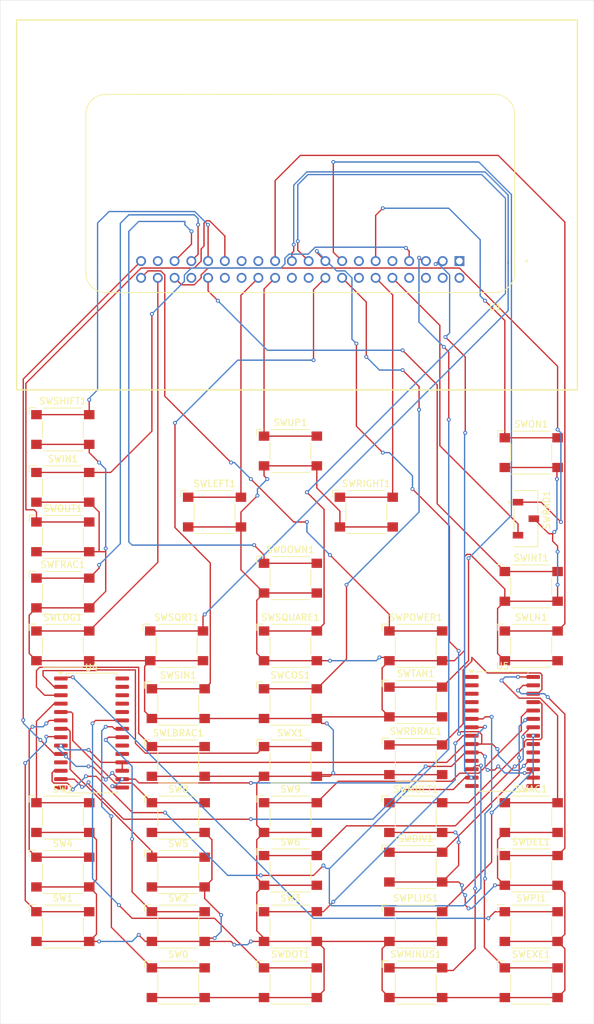
<source format=kicad_pcb>
(kicad_pcb (version 20240108) (generator "pcbnew") (generator_version "8.0")
  (layers (0 "F.Cu" signal) (31 "B.Cu" signal) (34 "B.Paste" user) (35 "F.Paste" user) (36 "B.SilkS" user "B.Silkscreen") (37 "F.SilkS" user "F.Silkscreen") (38 "B.Mask" user) (39 "F.Mask" user) (44 "Edge.Cuts" user))
  (net 0 "")
  (net 1 "GND")
  (net 2 "0")
  (net 3 "1")
  (net 4 "2")
  (net 5 "3")
  (net 6 "4")
  (net 7 "5")
  (net 8 "6")
  (net 9 "7")
  (net 10 "8")
  (net 11 "9")
  (net 12 "AC")
  (net 13 "COS")
  (net 14 "DEL")
  (net 15 "DIV")
  (net 16 "DOT")
  (net 17 "DOWN")
  (net 18 "EXE")
  (net 19 "FRAC")
  (net 20 "INT")
  (net 21 "LBRAC")
  (net 22 "LEFT")
  (net 23 "LN")
  (net 24 "LOG")
  (net 25 "MINUS")
  (net 26 "MULT")
  (net 27 "ON")
  (net 28 "PI")
  (net 29 "PLUS")
  (net 30 "POWER")
  (net 31 "RAD")
  (net 32 "DEG")
  (net 33 "RBRAC")
  (net 34 "RIGHT")
  (net 35 "SHIFT")
  (net 36 "SIN")
  (net 37 "SQRT")
  (net 38 "SQUARE")
  (net 39 "TAN")
  (net 40 "UP")
  (net 41 "X")
  (net 42 "IN")
  (net 43 "OUT")
  (net 44 "Net-(U1-3V3_17)")
  (net 51 "Net-(U1-GND_39)")
  (net 61 "SCL")
  (net 63 "SDA")
  (footprint "Button_Switch_SMD:SW_SPST_Omron_B3FS-105xP" (layer "F.Cu") (at 95.5 162)
    (property "Reference" "SW5")
    (property "Value" "SW_Omron_B3FS")
  )
  (footprint "Button_Switch_SMD:SW_SPST_Omron_B3FS-105xP" (layer "F.Cu") (at 78 119.75)
    (property "Reference" "SWFRAC1")
    (property "Value" "SW_Omron_B3FS")
  )
  (footprint "Button_Switch_SMD:SW_SPST_Omron_B3FS-105xP" (layer "F.Cu") (at 149 153.75)
    (property "Reference" "SWAC1")
    (property "Value" "SW_Omron_B3FS")
  )
  (footprint "Button_Switch_SMD:SW_SPST_Omron_B3FS-105xP" (layer "F.Cu") (at 78 170.25)
    (property "Reference" "SW1")
    (property "Value" "SW_Omron_B3FS")
  )
  (footprint "Button_Switch_SMD:SW_SPST_Omron_B3FS-105xP" (layer "F.Cu") (at 112.5 161.75)
    (property "Reference" "SW6")
    (property "Value" "SW_Omron_B3FS")
  )
  (footprint "Button_Switch_SMD:SW_SPST_Omron_B3FS-105xP" (layer "F.Cu") (at 149 161.75)
    (property "Reference" "SWDEL1")
    (property "Value" "SW_Omron_B3FS")
  )
  (footprint "Button_Switch_SMD:SW_SPST_Omron_B3FS-105xP" (layer "F.Cu") (at 131.5 153.75)
    (property "Reference" "SWMULT1")
    (property "Value" "SW_Omron_B3FS")
  )
  (footprint "Button_Switch_SMD:SW_SPST_Omron_B3FS-105xP" (layer "F.Cu") (at 95.5 145.25)
    (property "Reference" "SWLBRAC1")
    (property "Value" "SW_Omron_B3FS")
  )
  (footprint "Button_Switch_SMD:SW_SPST_Omron_B3FS-105xP" (layer "F.Cu") (at 95.5 136.5)
    (property "Reference" "SWSIN1")
    (property "Value" "SW_Omron_B3FS")
  )
  (footprint "Button_Switch_SMD:SW_SPST_Omron_B3FS-105xP" (layer "F.Cu") (at 131.5 145)
    (property "Reference" "SWRBRAC1")
    (property "Value" "SW_Omron_B3FS")
  )
  (footprint "Button_Switch_SMD:SW_SPST_Omron_B3FS-105xP" (layer "F.Cu") (at 112.5 127.75)
    (property "Reference" "SWSQUARE1")
    (property "Value" "SW_Omron_B3FS")
  )
  (footprint "Button_Switch_SMD:SW_SPST_Omron_B3FS-105xP" (layer "F.Cu") (at 131.5 136.25)
    (property "Reference" "SWTAN1")
    (property "Value" "SW_Omron_B3FS")
  )
  (footprint "Button_Switch_SMD:SW_SPST_Omron_B3FS-105xP" (layer "F.Cu") (at 149 118.75)
    (property "Reference" "SWINT1")
    (property "Value" "SW_Omron_B3FS")
  )
  (footprint "Button_Switch_SMD:SW_SPST_Omron_B3FS-105xP" (layer "F.Cu") (at 95.5 153.75)
    (property "Reference" "SW8")
    (property "Value" "SW_Omron_B3FS")
  )
  (footprint "Button_Switch_SMD:SW_SPST_Omron_B3FS-105xP" (layer "F.Cu") (at 78 111.25)
    (property "Reference" "SWOUT1")
    (property "Value" "SW_Omron_B3FS")
  )
  (footprint "Package_SO:SOIC-28W_7.5x17.9mm_P1.27mm" (layer "F.Cu") (at 82.35 140.945)
    (property "Reference" "U4")
    (property "Value" "MCP23017_SO")
  )
  (footprint "Button_Switch_SMD:SW_SPST_Omron_B3FS-105xP" (layer "F.Cu") (at 78 153.75)
    (property "Reference" "SW7")
    (property "Value" "SW_Omron_B3FS")
  )
  (footprint "Button_Switch_SMD:SW_SPST_Omron_B3FS-105xP" (layer "F.Cu") (at 112.5 136.5)
    (property "Reference" "SWCOS1")
    (property "Value" "SW_Omron_B3FS")
  )
  (footprint "Button_Switch_SMD:SW_SPST_Omron_B3FS-105xP" (layer "F.Cu") (at 78 95)
    (property "Reference" "SWSHIFT1")
    (property "Value" "SW_Omron_B3FS")
  )
  (footprint "Package_SO:SOIC-28W_7.5x17.9mm_P1.27mm" (layer "F.Cu") (at 144.65 140.715)
    (property "Reference" "U5")
    (property "Value" "MCP23017_SO")
  )
  (footprint "Button_Switch_SMD:SW_SPST_Omron_B3FS-105xP" (layer "F.Cu") (at 78 127.75)
    (property "Reference" "SWLOG1")
    (property "Value" "SW_Omron_B3FS")
  )
  (footprint "Button_Switch_SMD:SW_SPST_Omron_B3FS-105xP" (layer "F.Cu") (at 149 98.5)
    (property "Reference" "SWON1")
    (property "Value" "SW_Omron_B3FS")
  )
  (footprint "Button_Switch_SMD:SW_SPST_Omron_B3FS-105xP" (layer "F.Cu") (at 78 103.75)
    (property "Reference" "SWIN1")
    (property "Value" "SW_Omron_B3FS")
  )
  (footprint "Button_Switch_SMD:SW_SPST_Omron_B3FS-105xP" (layer "F.Cu") (at 131.5 161.25)
    (property "Reference" "SWDIV1")
    (property "Value" "SW_Omron_B3FS")
  )
  (footprint "Button_Switch_SMD:SW_SPST_Omron_B3FS-105xP" (layer "F.Cu") (at 149 170.25)
    (property "Reference" "SWPI1")
    (property "Value" "SW_Omron_B3FS")
  )
  (footprint "Button_Switch_SMD:SW_SPST_Omron_B3FS-105xP" (layer "F.Cu") (at 112.5 117.5)
    (property "Reference" "SWDOWN1")
    (property "Value" "SW_Omron_B3FS")
  )
  (footprint "Button_Switch_SMD:SW_SPST_Omron_B3FS-105xP" (layer "F.Cu") (at 131.5 127.75)
    (property "Reference" "SWPOWER1")
    (property "Value" "SW_Omron_B3FS")
  )
  (footprint "Button_Switch_SMD:SW_SPST_Omron_B3FS-105xP" (layer "F.Cu") (at 124 107.5)
    (property "Reference" "SWRIGHT1")
    (property "Value" "SW_Omron_B3FS")
  )
  (footprint "Button_Switch_SMD:SW_SPST_Omron_B3FS-105xP" (layer "F.Cu") (at 95.5 170.25)
    (property "Reference" "SW2")
    (property "Value" "SW_Omron_B3FS")
  )
  (footprint "JS102011JCQN:SW_JS102011JCQN" (layer "F.Cu") (at 148.2 108.5 -90)
    (property "Reference" "SWRAD1")
    (property "Value" "SW_SPDT")
  )
  (footprint "Button_Switch_SMD:SW_SPST_Omron_B3FS-105xP" (layer "F.Cu") (at 95.25 127.75)
    (property "Reference" "SWSQRT1")
    (property "Value" "SW_Omron_B3FS")
  )
  (footprint "Button_Switch_SMD:SW_SPST_Omron_B3FS-105xP" (layer "F.Cu") (at 95.5 178.75)
    (property "Reference" "SW0")
    (property "Value" "SW_Omron_B3FS")
  )
  (footprint "Button_Switch_SMD:SW_SPST_Omron_B3FS-105xP" (layer "F.Cu") (at 101 107.5)
    (property "Reference" "SWLEFT1")
    (property "Value" "SW_Omron_B3FS")
  )
  (footprint "Button_Switch_SMD:SW_SPST_Omron_B3FS-105xP" (layer "F.Cu") (at 149 178.75)
    (property "Reference" "SWEXE1")
    (property "Value" "SW_Omron_B3FS")
  )
  (footprint "Button_Switch_SMD:SW_SPST_Omron_B3FS-105xP" (layer "F.Cu") (at 131.5 170.25)
    (property "Reference" "SWPLUS1")
    (property "Value" "SW_Omron_B3FS")
  )
  (footprint "Button_Switch_SMD:SW_SPST_Omron_B3FS-105xP" (layer "F.Cu") (at 112.5 153.75)
    (property "Reference" "SW9")
    (property "Value" "SW_Omron_B3FS")
  )
  (footprint "Button_Switch_SMD:SW_SPST_Omron_B3FS-105xP" (layer "F.Cu") (at 112.5 98.25)
    (property "Reference" "SWUP1")
    (property "Value" "SW_Omron_B3FS")
  )
  (footprint "Button_Switch_SMD:SW_SPST_Omron_B3FS-105xP" (layer "F.Cu") (at 149 127.75)
    (property "Reference" "SWLN1")
    (property "Value" "SW_Omron_B3FS")
  )
  (footprint "Button_Switch_SMD:SW_SPST_Omron_B3FS-105xP" (layer "F.Cu") (at 112.5 170.25)
    (property "Reference" "SW3")
    (property "Value" "SW_Omron_B3FS")
  )
  (footprint "Button_Switch_SMD:SW_SPST_Omron_B3FS-105xP" (layer "F.Cu") (at 78 162)
    (property "Reference" "SW4")
    (property "Value" "SW_Omron_B3FS")
  )
  (footprint "Button_Switch_SMD:SW_SPST_Omron_B3FS-105xP" (layer "F.Cu") (at 131.5 178.75)
    (property "Reference" "SWMINUS1")
    (property "Value" "SW_Omron_B3FS")
  )
  (footprint "Button_Switch_SMD:SW_SPST_Omron_B3FS-105xP" (layer "F.Cu") (at 112.5 145.25)
    (property "Reference" "SWX1")
    (property "Value" "SW_Omron_B3FS")
  )
  (footprint "RPI_Zero2W:MODULE_RASPBERRY_PI_ZERO_2_W" (layer "F.Cu") (at 113.99 59.27 180)
    (property "Reference" "U1")
    (property "Value" "RASPBERRY_PI_ZERO_2_W")
  )
  (footprint "Button_Switch_SMD:SW_SPST_Omron_B3FS-105xP" (layer "F.Cu") (at 112.5 178.75)
    (property "Reference" "SWDOT1")
    (property "Value" "SW_Omron_B3FS")
  )
  (gr_rect (start 71 33) (end 156 89) (stroke (width 0.2)) (fill none) (layer "F.SilkS"))
  (gr_rect (start 68.5 30) (end 158.5 185) (stroke (width 0.05)) (fill none) (layer "Edge.Cuts"))
  (segment (start 108.5 130) (end 107.4 128.9) (width 0.2) (layer "F.Cu") (net 1))
  (segment (start 117.6 173.6) (end 116.5 172.5) (width 0.2) (layer "F.Cu") (net 1))
  (segment (start 90.4 137.65) (end 91.5 138.75) (width 0.2) (layer "F.Cu") (net 1))
  (segment (start 74 122) (end 82 122) (width 0.2) (layer "F.Cu") (net 1))
  (segment (start 138 161) (end 138 157.5) (width 0.2) (layer "F.Cu") (net 1))
  (segment (start 117.6 179.9) (end 117.6 173.6) (width 0.2) (layer "F.Cu") (net 1))
  (segment (start 139 165.5) (end 139 167) (width 0.2) (layer "F.Cu") (net 1))
  (segment (start 108.5 172.5) (end 116.5 172.5) (width 0.2) (layer "F.Cu") (net 1))
  (segment (start 89.5 171.5) (end 90.5 172.5) (width 0.2) (layer "F.Cu") (net 1))
  (segment (start 90.4 130.85) (end 90.4 137.65) (width 0.2) (layer "F.Cu") (net 1))
  (segment (start 91.5 138.75) (end 99.5 138.75) (width 0.2) (layer "F.Cu") (net 1))
  (segment (start 154.1 179.9) (end 154.1 173.6) (width 0.2) (layer "F.Cu") (net 1))
  (segment (start 91.5 147.5) (end 99.5 147.5) (width 0.2) (layer "F.Cu") (net 1))
  (segment (start 152.25 111.9) (end 152.25 110.775) (width 0.2) (layer "F.Cu") (net 1))
  (segment (start 127.5 138.5) (end 135.5 138.5) (width 0.2) (layer "F.Cu") (net 1))
  (segment (start 108.5 138.75) (end 116.5 138.75) (width 0.2) (layer "F.Cu") (net 1))
  (segment (start 151.675 110.775) (end 152.25 110.775) (width 0.2) (layer "F.Cu") (net 1))
  (segment (start 82 164.25) (end 83.1 163.15) (width 0.2) (layer "F.Cu") (net 1))
  (segment (start 143.9 157.1) (end 145 156) (width 0.2) (layer "F.Cu") (net 1))
  (segment (start 143.5 164) (end 145 164) (width 0.2) (layer "F.Cu") (net 1))
  (segment (start 120 109.75) (end 128 109.75) (width 0.2) (layer "F.Cu") (net 1))
  (segment (start 107.4 157.1) (end 107.4 162.9) (width 0.2) (layer "F.Cu") (net 1))
  (segment (start 84.5 113.5) (end 84.5 119.5) (width 0.2) (layer "F.Cu") (net 1))
  (segment (start 82 172.5) (end 83.5 172.5) (width 0.2) (layer "F.Cu") (net 1))
  (segment (start 108.5 181) (end 116.5 181) (width 0.2) (layer "F.Cu") (net 1))
  (segment (start 99.5 181) (end 108.5 181) (width 0.2) (layer "F.Cu") (net 1))
  (segment (start 138.9 114.25147) (end 139.25147 113.9) (width 0.2) (layer "F.Cu") (net 1))
  (segment (start 82 106) (end 74 106) (width 0.2) (layer "F.Cu") (net 1))
  (segment (start 91.5 156) (end 99.5 156) (width 0.2) (layer "F.Cu") (net 1))
  (segment (start 83.1 165.35) (end 82 164.25) (width 0.2) (layer "F.Cu") (net 1))
  (segment (start 83.1 163.15) (end 83.1 157.1) (width 0.2) (layer "F.Cu") (net 1))
  (segment (start 90.5 172.5) (end 91.5 172.5) (width 0.2) (layer "F.Cu") (net 1))
  (segment (start 127.5 163.5) (end 135.5 163.5) (width 0.2) (layer "F.Cu") (net 1))
  (segment (start 139.748529 113.9) (end 145 119.151471) (width 0.2) (layer "F.Cu") (net 1))
  (segment (start 143.9 128.9) (end 145 130) (width 0.2) (layer "F.Cu") (net 1))
  (segment (start 137.5 156) (end 135.5 156) (width 0.2) (layer "F.Cu") (net 1))
  (segment (start 145 164) (end 153 164) (width 0.2) (layer "F.Cu") (net 1))
  (segment (start 107.4 120.85) (end 108.5 119.75) (width 0.2) (layer "F.Cu") (net 1))
  (segment (start 91.25 130) (end 99.25 130) (width 0.2) (layer "F.Cu") (net 1))
  (segment (start 99.5 166) (end 102 168.5) (width 0.2) (layer "F.Cu") (net 1))
  (segment (start 99.5 138.75) (end 108.5 138.75) (width 0.2) (layer "F.Cu") (net 1))
  (segment (start 154.1 171.4) (end 154.1 165.1) (width 0.2) (layer "F.Cu") (net 1))
  (segment (start 138.9 128.448529) (end 138.9 114.25147) (width 0.2) (layer "F.Cu") (net 1))
  (segment (start 126 129.5) (end 127 129.5) (width 0.2) (layer "F.Cu") (net 1))
  (segment (start 74 172.5) (end 82 172.5) (width 0.2) (layer "F.Cu") (net 1))
  (segment (start 83.5 107.5) (end 83.5 113.5) (width 0.2) (layer "F.Cu") (net 1))
  (segment (start 84.5 113) (end 84.5 113.5) (width 0.2) (layer "F.Cu") (net 1))
  (segment (start 100.6 157.1) (end 100.6 163.15) (width 0.2) (layer "F.Cu") (net 1))
  (segment (start 135.5 181) (end 145 181) (width 0.2) (layer "F.Cu") (net 1))
  (segment (start 108.5 156) (end 107.4 154.9) (width 0.2) (layer "F.Cu") (net 1))
  (segment (start 83.1 157.1) (end 82 156) (width 0.2) (layer "F.Cu") (net 1))
  (segment (start 127.5 172.5) (end 135.5 172.5) (width 0.2) (layer "F.Cu") (net 1))
  (segment (start 116.75 147.25) (end 116.5 147.5) (width 0.2) (layer "F.Cu") (net 1))
  (segment (start 108.5 164) (end 116.5 164) (width 0.2) (layer "F.Cu") (net 1))
  (segment (start 74 113.5) (end 82 113.5) (width 0.2) (layer "F.Cu") (net 1))
  (segment (start 145 164) (end 143.9 162.9) (width 0.2) (layer "F.Cu") (net 1))
  (segment (start 116.5 181) (end 117.6 179.9) (width 0.2) (layer "F.Cu") (net 1))
  (segment (start 99.5 147.5) (end 108.5 147.5) (width 0.2) (layer "F.Cu") (net 1))
  (segment (start 108.5 100.5) (end 116.5 100.5) (width 0.2) (layer "F.Cu") (net 1))
  (segment (start 107.4 162.9) (end 108.5 164) (width 0.2) (layer "F.Cu") (net 1))
  (segment (start 107.4 154.9) (end 107.4 148.6) (width 0.2) (layer "F.Cu") (net 1))
  (segment (start 74 156) (end 82 156) (width 0.2) (layer "F.Cu") (net 1))
  (segment (start 135.5 130) (end 137.348529 130) (width 0.2) (layer "F.Cu") (net 1))
  (segment (start 108.5 156) (end 116.5 156) (width 0.2) (layer "F.Cu") (net 1))
  (segment (start 139.25147 113.9) (end 139.748529 113.9) (width 0.2) (layer "F.Cu") (net 1))
  (segment (start 99.5 164.25) (end 99.5 166) (width 0.2) (layer "F.Cu") (net 1))
  (segment (start 108.5 147.5) (end 116.5 147.5) (width 0.2) (layer "F.Cu") (net 1))
  (segment (start 84.5 119.5) (end 82 122) (width 0.2) (layer "F.Cu") (net 1))
  (segment (start 153 121) (end 153 118.5) (width 0.2) (layer "F.Cu") (net 1))
  (segment (start 91.5 181) (end 99.5 181) (width 0.2) (layer "F.Cu") (net 1))
  (segment (start 82 98.5) (end 83.5 100) (width 0.2) (layer "F.Cu") (net 1))
  (segment (start 143.9 162.9) (end 143.9 157.1) (width 0.2) (layer "F.Cu") (net 1))
  (segment (start 108.5 172.5) (end 108.5 172) (width 0.2) (layer "F.Cu") (net 1))
  (segment (start 99.5 172.5) (end 103.5 172.5) (width 0.2) (layer "F.Cu") (net 1))
  (segment (start 107.4 148.6) (end 108.5 147.5) (width 0.2) (layer "F.Cu") (net 1))
  (segment (start 83.1 171.4) (end 83.1 165.35) (width 0.2) (layer "F.Cu") (net 1))
  (segment (start 83.5 113.5) (end 84.5 113.5) (width 0.2) (layer "F.Cu") (net 1))
  (segment (start 108.5 119.75) (end 116.5 119.75) (width 0.2) (layer "F.Cu") (net 1))
  (segment (start 120 107.35) (end 120 109.75) (width 0.2) (layer "F.Cu") (net 1))
  (segment (start 152.25 110.775) (end 152.5 110.525) (width 0.2) (layer "F.Cu") (net 1))
  (segment (start 116.5 147.5) (end 118.5 147.5) (width 0.2) (layer "F.Cu") (net 1))
  (segment (start 91.5 172.5) (end 99.5 172.5) (width 0.2) (layer "F.Cu") (net 1))
  (segment (start 117.25 139.5) (end 116.5 138.75) (width 0.2) (layer "F.Cu") (net 1))
  (segment (start 145 121) (end 143.9 122.1) (width 0.2) (layer "F.Cu") (net 1))
  (segment (start 152.9 100.85) (end 153 100.75) (width 0.2) (layer "F.Cu") (net 1))
  (segment (start 145 121) (end 153 121) (width 0.2) (layer "F.Cu") (net 1))
  (segment (start 109 102.5) (end 108.5 102) (width 0.2) (layer "F.Cu") (net 1))
  (segment (start 106.5 172.5) (end 108.5 172.5) (width 0.2) (layer "F.Cu") (net 1))
  (segment (start 105 116.25) (end 105 109.75) (width 0.2) (layer "F.Cu") (net 1))
  (segment (start 138 163.5) (end 138.5 164) (width 0.2) (layer "F.Cu") (net 1))
  (segment (start 127.5 181) (end 135.5 181) (width 0.2) (layer "F.Cu") (net 1))
  (segment (start 91.5 164.25) (end 99.5 164.25) (width 0.2) (layer "F.Cu") (net 1))
  (segment (start 127.5 147.25) (end 116.75 147.25) (width 0.2) (layer "F.Cu") (net 1))
  (segment (start 105 107.5) (end 107.5 105) (width 0.2) (layer "F.Cu") (net 1))
  (segment (start 127.5 181) (end 126.4 179.9) (width 0.2) (layer "F.Cu") (net 1))
  (segment (start 82 113.5) (end 83.5 113.5) (width 0.2) (layer "F.Cu") (net 1))
  (segment (start 74 122) (end 72.9 123.1) (width 0.2) (layer "F.Cu") (net 1))
  (segment (start 116.5 172.5) (end 127.5 172.5) (width 0.2) (layer "F.Cu") (net 1))
  (segment (start 145 100.75) (end 153 100.75) (width 0.2) (layer "F.Cu") (net 1))
  (segment (start 82 97.25) (end 82 98.5) (width 0.2) (layer "F.Cu") (net 1))
  (segment (start 82 130) (end 91.25 130) (width 0.2) (layer "F.Cu") (net 1))
  (segment (start 154.1 165.1) (end 153 164) (width 0.2) (layer "F.Cu") (net 1))
  (segment (start 126.4 179.9) (end 126.4 173.6) (width 0.2) (layer "F.Cu") (net 1))
  (segment (start 116.5 103.85) (end 120 107.35) (width 0.2) (layer "F.Cu") (net 1))
  (segment (start 108.5 130) (end 116.5 130) (width 0.2) (layer "F.Cu") (net 1))
  (segment (start 107.4 170.9) (end 107.4 165.1) (width 0.2) (layer "F.Cu") (net 1))
  (segment (start 82 106) (end 83.5 107.5) (width 0.2) (layer "F.Cu") (net 1))
  (segment (start 126.4 131.1) (end 127.5 130) (width 0.2) (layer "F.Cu") (net 1))
  (segment (start 154.1 173.6) (end 153 172.5) (width 0.2) (layer "F.Cu") (net 1))
  (segment (start 91.25 130) (end 90.4 130.85) (width 0.2) (layer "F.Cu") (net 1))
  (segment (start 116.5 138.75) (end 116.75 138.75) (width 0.2) (layer "F.Cu") (net 1))
  (segment (start 72.9 128.9) (end 74 130) (width 0.2) (layer "F.Cu") (net 1))
  (segment (start 116.5 130) (end 118.5 130) (width 0.2) (layer "F.Cu") (net 1))
  (segment (start 145 181) (end 153 181) (width 0.2) (layer "F.Cu") (net 1))
  (segment (start 153 181) (end 154.1 179.9) (width 0.2) (layer "F.Cu") (net 1))
  (segment (start 126.4 137.4) (end 126.4 131.1) (width 0.2) (layer "F.Cu") (net 1))
  (segment (start 135.5 163.5) (end 138 161) (width 0.2) (layer "F.Cu") (net 1))
  (segment (start 127.5 147.25) (end 135.5 147.25) (width 0.2) (layer "F.Cu") (net 1))
  (segment (start 153 172.5) (end 154.1 171.4) (width 0.2) (layer "F.Cu") (net 1))
  (segment (start 108.5 156) (end 107.4 157.1) (width 0.2) (layer "F.Cu") (net 1))
  (segment (start 74 97.25) (end 82 97.25) (width 0.2) (layer "F.Cu") (net 1))
  (segment (start 127.5 138.5) (end 126.4 137.4) (width 0.2) (layer "F.Cu") (net 1))
  (segment (start 101 172) (end 100 172) (width 0.2) (layer "F.Cu") (net 1))
  (segment (start 145 172.5) (end 153 172.5) (width 0.2) (layer "F.Cu") (net 1))
  (segment (start 135.5 163.5) (end 138 163.5) (width 0.2) (layer "F.Cu") (net 1))
  (segment (start 145 156) (end 153 156) (width 0.2) (layer "F.Cu") (net 1))
  (segment (start 139 167) (end 139.5 167.5) (width 0.2) (layer "F.Cu") (net 1))
  (segment (start 74 164.25) (end 82 164.25) (width 0.2) (layer "F.Cu") (net 1))
  (segment (start 74 130) (end 82 130) (width 0.2) (layer "F.Cu") (net 1))
  (segment (start 108.5 172) (end 107.4 170.9) (width 0.2) (layer "F.Cu") (net 1))
  (segment (start 118 139.5) (end 117.25 139.5) (width 0.2) (layer "F.Cu") (net 1))
  (segment (start 105 109.75) (end 105 107.5) (width 0.2) (layer "F.Cu") (net 1))
  (segment (start 108.5 102) (end 108.5 100.5) (width 0.2) (layer "F.Cu") (net 1))
  (segment (start 145 130) (end 153 130) (width 0.2) (layer "F.Cu") (net 1))
  (segment (start 116.5 100.5) (end 116.5 103.85) (width 0.2) (layer "F.Cu") (net 1))
  (segment (start 107.4 165.1) (end 108.5 164) (width 0.2) (layer "F.Cu") (net 1))
  (segment (start 99.5 156) (end 100.6 157.1) (width 0.2) (layer "F.Cu") (net 1))
  (segment (start 153 113.5) (end 153 112.65) (width 0.2) (layer "F.Cu") (net 1))
  (segment (start 82 172.5) (end 83.1 171.4) (width 0.2) (layer "F.Cu") (net 1))
  (segment (start 107.4 128.9) (end 107.4 120.85) (width 0.2) (layer "F.Cu") (net 1))
  (segment (start 100 172) (end 99.5 172.5) (width 0.2) (layer "F.Cu") (net 1))
  (segment (start 143.9 122.1) (end 143.9 128.9) (width 0.2) (layer "F.Cu") (net 1))
  (segment (start 103.5 172.5) (end 104 173) (width 0.2) (layer "F.Cu") (net 1))
  (segment (start 153 112.65) (end 152.25 111.9) (width 0.2) (layer "F.Cu") (net 1))
  (segment (start 152.9 102.5) (end 152.9 100.85) (width 0.2) (layer "F.Cu") (net 1))
  (segment (start 118.5 147.5) (end 119 147) (width 0.2) (layer "F.Cu") (net 1))
  (segment (start 108.5 119.75) (end 105 116.25) (width 0.2) (layer "F.Cu") (net 1))
  (segment (start 145 121) (end 145 119.151471) (width 0.2) (layer "F.Cu") (net 1))
  (segment (start 116.75 138.75) (end 117 138.5) (width 0.2) (layer "F.Cu") (net 1))
  (segment (start 97 109.75) (end 105 109.75) (width 0.2) (layer "F.Cu") (net 1))
  (segment (start 100.6 163.15) (end 99.5 164.25) (width 0.2) (layer "F.Cu") (net 1))
  (segment (start 117 138.5) (end 127.5 138.5) (width 0.2) (layer "F.Cu") (net 1))
  (segment (start 137.348529 130) (end 138.9 128.448529) (width 0.2) (layer "F.Cu") (net 1))
  (segment (start 127.5 130) (end 135.5 130) (width 0.2) (layer "F.Cu") (net 1))
  (segment (start 72.9 123.1) (end 72.9 128.9) (width 0.2) (layer "F.Cu") (net 1))
  (segment (start 149.4 108.5) (end 151.675 110.775) (width 0.2) (layer "F.Cu") (net 1))
  (segment (start 126.4 173.6) (end 127.5 172.5) (width 0.2) (layer "F.Cu") (net 1))
  (segment (start 127 129.5) (end 127.5 130) (width 0.2) (layer "F.Cu") (net 1))
  (segment (start 127.5 156) (end 135.5 156) (width 0.2) (layer "F.Cu") (net 1))
  (via (at 109 102.5) (size 0.6) (drill 0.3) (layers "F.Cu" "B.Cu") (net 1))
  (via (at 104 173) (size 0.6) (drill 0.3) (layers "F.Cu" "B.Cu") (net 1))
  (via (at 153 113.5) (size 0.6) (drill 0.3) (layers "F.Cu" "B.Cu") (net 1))
  (via (at 118.5 130) (size 0.6) (drill 0.3) (layers "F.Cu" "B.Cu") (net 1))
  (via (at 102 168.5) (size 0.6) (drill 0.3) (layers "F.Cu" "B.Cu") (net 1))
  (via (at 83.5 100) (size 0.6) (drill 0.3) (layers "F.Cu" "B.Cu") (net 1))
  (via (at 89.5 171.5) (size 0.6) (drill 0.3) (layers "F.Cu" "B.Cu") (net 1))
  (via (at 139.5 167.5) (size 0.6) (drill 0.3) (layers "F.Cu" "B.Cu") (net 1))
  (via (at 152.5 110.525) (size 0.6) (drill 0.3) (layers "F.Cu" "B.Cu") (net 1))
  (via (at 101 172) (size 0.6) (drill 0.3) (layers "F.Cu" "B.Cu") (net 1))
  (via (at 153 118.5) (size 0.6) (drill 0.3) (layers "F.Cu" "B.Cu") (net 1))
  (via (at 137.5 156) (size 0.6) (drill 0.3) (layers "F.Cu" "B.Cu") (net 1))
  (via (at 152.9 102.5) (size 0.6) (drill 0.3) (layers "F.Cu" "B.Cu") (net 1))
  (via (at 138.5 164) (size 0.6) (drill 0.3) (layers "F.Cu" "B.Cu") (net 1))
  (via (at 107.5 105) (size 0.6) (drill 0.3) (layers "F.Cu" "B.Cu") (net 1))
  (via (at 84.5 113) (size 0.6) (drill 0.3) (layers "F.Cu" "B.Cu") (net 1))
  (via (at 126 129.5) (size 0.6) (drill 0.3) (layers "F.Cu" "B.Cu") (net 1))
  (via (at 138 157.5) (size 0.6) (drill 0.3) (layers "F.Cu" "B.Cu") (net 1))
  (via (at 139 165.5) (size 0.6) (drill 0.3) (layers "F.Cu" "B.Cu") (net 1))
  (via (at 143.5 164) (size 0.6) (drill 0.3) (layers "F.Cu" "B.Cu") (net 1))
  (via (at 118 139.5) (size 0.6) (drill 0.3) (layers "F.Cu" "B.Cu") (net 1))
  (via (at 119 147) (size 0.6) (drill 0.3) (layers "F.Cu" "B.Cu") (net 1))
  (via (at 83.5 172.5) (size 0.6) (drill 0.3) (layers "F.Cu" "B.Cu") (net 1))
  (via (at 106.5 172.5) (size 0.6) (drill 0.3) (layers "F.Cu" "B.Cu") (net 1))
  (segment (start 106 173) (end 106.5 172.5) (width 0.2) (layer "B.Cu") (net 1))
  (segment (start 102 168.5) (end 102 171) (width 0.2) (layer "B.Cu") (net 1))
  (segment (start 139.5 167.5) (end 140 167.5) (width 0.2) (layer "B.Cu") (net 1))
  (segment (start 104 173) (end 106 173) (width 0.2) (layer "B.Cu") (net 1))
  (segment (start 138.5 165) (end 139 165.5) (width 0.2) (layer "B.Cu") (net 1))
  (segment (start 83.5 172.5) (end 88.5 172.5) (width 0.2) (layer "B.Cu") (net 1))
  (segment (start 119 140.5) (end 118 139.5) (width 0.2) (layer "B.Cu") (net 1))
  (segment (start 152.9 110.125) (end 152.9 102.5) (width 0.2) (layer "B.Cu") (net 1))
  (segment (start 119 147) (end 119 140.5) (width 0.2) (layer "B.Cu") (net 1))
  (segment (start 84.5 112) (end 84.5 113) (width 0.2) (layer "B.Cu") (net 1))
  (segment (start 102 171) (end 101 172) (width 0.2) (layer "B.Cu") (net 1))
  (segment (start 118.5 130) (end 125.5 130) (width 0.2) (layer "B.Cu") (net 1))
  (segment (start 125.5 130) (end 126 129.5) (width 0.2) (layer "B.Cu") (net 1))
  (segment (start 152.5 110.525) (end 152.9 110.125) (width 0.2) (layer "B.Cu") (net 1))
  (segment (start 84.5 101) (end 84.5 112) (width 0.2) (layer "B.Cu") (net 1))
  (segment (start 138 157.5) (end 138 156.5) (width 0.2) (layer "B.Cu") (net 1))
  (segment (start 88.5 172.5) (end 89.5 171.5) (width 0.2) (layer "B.Cu") (net 1))
  (segment (start 83.5 100) (end 84.5 101) (width 0.2) (layer "B.Cu") (net 1))
  (segment (start 153 118.5) (end 153 113.5) (width 0.2) (layer "B.Cu") (net 1))
  (segment (start 140 167.5) (end 143.5 164) (width 0.2) (layer "B.Cu") (net 1))
  (segment (start 107.5 104) (end 109 102.5) (width 0.2) (layer "B.Cu") (net 1))
  (segment (start 138.5 164) (end 138.5 165) (width 0.2) (layer "B.Cu") (net 1))
  (segment (start 107.5 105) (end 107.5 104) (width 0.2) (layer "B.Cu") (net 1))
  (segment (start 138 156.5) (end 137.5 156) (width 0.2) (layer "B.Cu") (net 1))
  (segment (start 85.5 140) (end 85.81 140.31) (width 0.2) (layer "F.Cu") (net 2))
  (segment (start 85.81 140.31) (end 87 140.31) (width 0.2) (layer "F.Cu") (net 2))
  (segment (start 91.5 176.5) (end 85.358578 170.358578) (width 0.2) (layer "F.Cu") (net 2))
  (segment (start 84.5 140) (end 85.5 140) (width 0.2) (layer "F.Cu") (net 2))
  (segment (start 85.358578 170.358578) (end 85.358578 153.557108) (width 0.2) (layer "F.Cu") (net 2))
  (segment (start 91.5 176.5) (end 99.5 176.5) (width 0.2) (layer "F.Cu") (net 2))
  (via (at 85.358578 153.557108) (size 0.6) (drill 0.3) (layers "F.Cu" "B.Cu") (net 2))
  (via (at 84.5 140) (size 0.6) (drill 0.3) (layers "F.Cu" "B.Cu") (net 2))
  (segment (start 83.9 140.6) (end 84.5 140) (width 0.2) (layer "B.Cu") (net 2))
  (segment (start 85.358578 153.557108) (end 83.9 152.09853) (width 0.2) (layer "B.Cu") (net 2))
  (segment (start 83.9 152.09853) (end 83.9 140.6) (width 0.2) (layer "B.Cu") (net 2))
  (segment (start 74 168) (end 72.3 166.3) (width 0.2) (layer "F.Cu") (net 3))
  (segment (start 74 168) (end 82 168) (width 0.2) (layer "F.Cu") (net 3))
  (segment (start 72.3 166.3) (end 72.3 145.5) (width 0.2) (layer "F.Cu") (net 3))
  (segment (start 75.5 141.5) (end 77.62 141.5) (width 0.2) (layer "F.Cu") (net 3))
  (segment (start 77.62 141.5) (end 77.7 141.58) (width 0.2) (layer "F.Cu") (net 3))
  (via (at 72.3 145.5) (size 0.6) (drill 0.3) (layers "F.Cu" "B.Cu") (net 3))
  (via (at 75.5 141.5) (size 0.6) (drill 0.3) (layers "F.Cu" "B.Cu") (net 3))
  (segment (start 72.3 145.5) (end 75.5 142.3) (width 0.2) (layer "B.Cu") (net 3))
  (segment (start 75.5 142.3) (end 75.5 141.5) (width 0.2) (layer "B.Cu") (net 3))
  (segment (start 88.5 165) (end 88.5 157) (width 0.2) (layer "F.Cu") (net 4))
  (segment (start 91.5 168) (end 88.5 165) (width 0.2) (layer "F.Cu") (net 4))
  (segment (start 91.5 168) (end 99.5 168) (width 0.2) (layer "F.Cu") (net 4))
  (segment (start 84.92 141.58) (end 87 141.58) (width 0.2) (layer "F.Cu") (net 4))
  (segment (start 84.5 142) (end 84.92 141.58) (width 0.2) (layer "F.Cu") (net 4))
  (via (at 88.5 157) (size 0.6) (drill 0.3) (layers "F.Cu" "B.Cu") (net 4))
  (via (at 84.5 142) (size 0.6) (drill 0.3) (layers "F.Cu" "B.Cu") (net 4))
  (segment (start 88.5 146) (end 84.5 142) (width 0.2) (layer "B.Cu") (net 4))
  (segment (start 88.5 157) (end 88.5 146) (width 0.2) (layer "B.Cu") (net 4))
  (segment (start 108.5 168) (end 116.5 168) (width 0.2) (layer "F.Cu") (net 5))
  (segment (start 137.5 142.5) (end 138.65 141.35) (width 0.2) (layer "F.Cu") (net 5))
  (segment (start 116.5 168) (end 117.5 168) (width 0.2) (layer "F.Cu") (net 5))
  (segment (start 138.65 141.35) (end 140 141.35) (width 0.2) (layer "F.Cu") (net 5))
  (segment (start 117.5 168) (end 119 166.5) (width 0.2) (layer "F.Cu") (net 5))
  (via (at 137.5 142.5) (size 0.6) (drill 0.3) (layers "F.Cu" "B.Cu") (net 5))
  (via (at 119 166.5) (size 0.6) (drill 0.3) (layers "F.Cu" "B.Cu") (net 5))
  (segment (start 119 166.5) (end 137.5 148) (width 0.2) (layer "B.Cu") (net 5))
  (segment (start 137.5 148) (end 137.5 142.5) (width 0.2) (layer "B.Cu") (net 5))
  (segment (start 75.96 139.04) (end 77.7 139.04) (width 0.2) (layer "F.Cu") (net 6))
  (segment (start 74 159.75) (end 72.9 158.65) (width 0.2) (layer "F.Cu") (net 6))
  (segment (start 75.5 139.5) (end 75.96 139.04) (width 0.2) (layer "F.Cu") (net 6))
  (segment (start 72.9 158.65) (end 72.9 140.5) (width 0.2) (layer "F.Cu") (net 6))
  (segment (start 72.9 140.5) (end 73.4 140) (width 0.2) (layer "F.Cu") (net 6))
  (segment (start 74 159.75) (end 82 159.75) (width 0.2) (layer "F.Cu") (net 6))
  (via (at 73.4 140) (size 0.6) (drill 0.3) (layers "F.Cu" "B.Cu") (net 6))
  (via (at 75.5 139.5) (size 0.6) (drill 0.3) (layers "F.Cu" "B.Cu") (net 6))
  (segment (start 73.4 140) (end 75 140) (width 0.2) (layer "B.Cu") (net 6))
  (segment (start 75 140) (end 75.5 139.5) (width 0.2) (layer "B.Cu") (net 6))
  (segment (start 91.5 159.75) (end 99.5 159.75) (width 0.2) (layer "F.Cu") (net 7))
  (segment (start 79.1 146.45) (end 79.1 140.685001) (width 0.2) (layer "F.Cu") (net 7))
  (segment (start 79.1 140.685001) (end 78.724999 140.31) (width 0.2) (layer "F.Cu") (net 7))
  (segment (start 91.5 159.75) (end 91.5 158.85) (width 0.2) (layer "F.Cu") (net 7))
  (segment (start 91.5 158.85) (end 79.1 146.45) (width 0.2) (layer "F.Cu") (net 7))
  (segment (start 78.724999 140.31) (end 77.7 140.31) (width 0.2) (layer "F.Cu") (net 7))
  (segment (start 108.5 159.5) (end 116.5 159.5) (width 0.2) (layer "F.Cu") (net 8))
  (segment (start 148.904448 140.08) (end 149.3 140.08) (width 0.2) (layer "F.Cu") (net 8))
  (segment (start 147.775641 141.540067) (end 147.775641 141.208807) (width 0.2) (layer "F.Cu") (net 8))
  (segment (start 121 155) (end 137.5 155) (width 0.2) (layer "F.Cu") (net 8))
  (segment (start 116.5 159.5) (end 121 155) (width 0.2) (layer "F.Cu") (net 8))
  (segment (start 137.5 155) (end 146.5 146) (width 0.2) (layer "F.Cu") (net 8))
  (segment (start 147.775641 141.208807) (end 148.904448 140.08) (width 0.2) (layer "F.Cu") (net 8))
  (via (at 147.775641 141.540067) (size 0.6) (drill 0.3) (layers "F.Cu" "B.Cu") (net 8))
  (via (at 146.5 146) (size 0.6) (drill 0.3) (layers "F.Cu" "B.Cu") (net 8))
  (segment (start 147.775641 144.921418) (end 147.775641 141.540067) (width 0.2) (layer "B.Cu") (net 8))
  (segment (start 146.697059 146) (end 147.775641 144.921418) (width 0.2) (layer "B.Cu") (net 8))
  (segment (start 146.5 146) (end 146.697059 146) (width 0.2) (layer "B.Cu") (net 8))
  (segment (start 74 151.5) (end 82 151.5) (width 0.2) (layer "F.Cu") (net 9))
  (segment (start 74 139.175001) (end 76.675001 136.5) (width 0.2) (layer "F.Cu") (net 9))
  (segment (start 74 151.5) (end 74 139.175001) (width 0.2) (layer "F.Cu") (net 9))
  (segment (start 76.675001 136.5) (end 77.7 136.5) (width 0.2) (layer "F.Cu") (net 9))
  (segment (start 79.27 137.77) (end 77.7 137.77) (width 0.2) (layer "F.Cu") (net 10))
  (segment (start 85.934448 148.53) (end 79.5 142.095552) (width 0.2) (layer "F.Cu") (net 10))
  (segment (start 79.5 142.095552) (end 79.5 138) (width 0.2) (layer "F.Cu") (net 10))
  (segment (start 88.53 148.53) (end 85.934448 148.53) (width 0.2) (layer "F.Cu") (net 10))
  (segment (start 91.5 151.5) (end 99.5 151.5) (width 0.2) (layer "F.Cu") (net 10))
  (segment (start 91.5 151.5) (end 88.53 148.53) (width 0.2) (layer "F.Cu") (net 10))
  (segment (start 79.5 138) (end 79.27 137.77) (width 0.2) (layer "F.Cu") (net 10))
  (segment (start 116.5 151.5) (end 119.75 148.25) (width 0.2) (layer "F.Cu") (net 11))
  (segment (start 138.145 147.03) (end 141.065552 147.03) (width 0.2) (layer "F.Cu") (net 11))
  (segment (start 141.065552 147.03) (end 147.5 140.595552) (width 0.2) (layer "F.Cu") (net 11))
  (segment (start 148.46 137.54) (end 149.3 137.54) (width 0.2) (layer "F.Cu") (net 11))
  (segment (start 108.5 151.5) (end 116.5 151.5) (width 0.2) (layer "F.Cu") (net 11))
  (segment (start 147.5 140.595552) (end 147.5 138.5) (width 0.2) (layer "F.Cu") (net 11))
  (segment (start 147.5 138.5) (end 148.46 137.54) (width 0.2) (layer "F.Cu") (net 11))
  (segment (start 136.925 148.25) (end 138.145 147.03) (width 0.2) (layer "F.Cu") (net 11))
  (segment (start 119.75 148.25) (end 136.925 148.25) (width 0.2) (layer "F.Cu") (net 11))
  (segment (start 150.365552 135.67) (end 147.17 135.67) (width 0.2) (layer "F.Cu") (net 12))
  (segment (start 147.17 135.67) (end 144.5 133) (width 0.2) (layer "F.Cu") (net 12))
  (segment (start 147 132.46) (end 149.3 132.46) (width 0.2) (layer "F.Cu") (net 12))
  (segment (start 145 151.5) (end 153 151.5) (width 0.2) (layer "F.Cu") (net 12))
  (segment (start 153 151.5) (end 153 138.304448) (width 0.2) (layer "F.Cu") (net 12))
  (segment (start 153 138.304448) (end 150.365552 135.67) (width 0.2) (layer "F.Cu") (net 12))
  (via (at 144.5 133) (size 0.6) (drill 0.3) (layers "F.Cu" "B.Cu") (net 12))
  (via (at 147 132.46) (size 0.6) (drill 0.3) (layers "F.Cu" "B.Cu") (net 12))
  (segment (start 145.04 132.46) (end 147 132.46) (width 0.2) (layer "B.Cu") (net 12))
  (segment (start 144.5 133) (end 145.04 132.46) (width 0.2) (layer "B.Cu") (net 12))
  (segment (start 124 84) (end 124 75.7) (width 0.2) (layer "F.Cu") (net 13))
  (segment (start 108.5 134.25) (end 116.5 134.25) (width 0.2) (layer "F.Cu") (net 13))
  (segment (start 116.5 134.25) (end 121 129.75) (width 0.2) (layer "F.Cu") (net 13))
  (segment (start 132 88.5) (end 129.5 86) (width 0.2) (layer "F.Cu") (net 13))
  (segment (start 124 75.7) (end 120.34 72.04) (width 0.2) (layer "F.Cu") (net 13))
  (segment (start 132 92) (end 132 88.5) (width 0.2) (layer "F.Cu") (net 13))
  (segment (start 121 129.75) (end 121 118.5) (width 0.2) (layer "F.Cu") (net 13))
  (via (at 124 84) (size 0.6) (drill 0.3) (layers "F.Cu" "B.Cu") (net 13))
  (via (at 121 118.5) (size 0.6) (drill 0.3) (layers "F.Cu" "B.Cu") (net 13))
  (via (at 132 92) (size 0.6) (drill 0.3) (layers "F.Cu" "B.Cu") (net 13))
  (via (at 129.5 86) (size 0.6) (drill 0.3) (layers "F.Cu" "B.Cu") (net 13))
  (segment (start 126 86) (end 124 84) (width 0.2) (layer "B.Cu") (net 13))
  (segment (start 129.5 86) (end 126 86) (width 0.2) (layer "B.Cu") (net 13))
  (segment (start 132 107.5) (end 132 92) (width 0.2) (layer "B.Cu") (net 13))
  (segment (start 121 118.5) (end 132 107.5) (width 0.2) (layer "B.Cu") (net 13))
  (segment (start 147.77 133.73) (end 149.3 133.73) (width 0.2) (layer "F.Cu") (net 14))
  (segment (start 154.1 138.1) (end 151.5 135.5) (width 0.2) (layer "F.Cu") (net 14))
  (segment (start 145 159.5) (end 153 159.5) (width 0.2) (layer "F.Cu") (net 14))
  (segment (start 154.1 158.4) (end 154.1 138.1) (width 0.2) (layer "F.Cu") (net 14))
  (segment (start 153 159.5) (end 154.1 158.4) (width 0.2) (layer "F.Cu") (net 14))
  (segment (start 147 134.5) (end 147.77 133.73) (width 0.2) (layer "F.Cu") (net 14))
  (via (at 147 134.5) (size 0.6) (drill 0.3) (layers "F.Cu" "B.Cu") (net 14))
  (via (at 151.5 135.5) (size 0.6) (drill 0.3) (layers "F.Cu" "B.Cu") (net 14))
  (segment (start 151.5 135.5) (end 151 135) (width 0.2) (layer "B.Cu") (net 14))
  (segment (start 151 135) (end 147.5 135) (width 0.2) (layer "B.Cu") (net 14))
  (segment (start 147.5 135) (end 147 134.5) (width 0.2) (layer "B.Cu") (net 14))
  (segment (start 148.1 139) (end 149.11 139) (width 0.2) (layer "F.Cu") (net 15))
  (segment (start 127.5 159) (end 135.5 159) (width 0.2) (layer "F.Cu") (net 15))
  (segment (start 147.174265 147.325735) (end 147.174265 144.674265) (width 0.2) (layer "F.Cu") (net 15))
  (segment (start 135.5 159) (end 147.174265 147.325735) (width 0.2) (layer "F.Cu") (net 15))
  (segment (start 149.11 139) (end 149.3 138.81) (width 0.2) (layer "F.Cu") (net 15))
  (via (at 148.1 139) (size 0.6) (drill 0.3) (layers "F.Cu" "B.Cu") (net 15))
  (via (at 147.174265 144.674265) (size 0.6) (drill 0.3) (layers "F.Cu" "B.Cu") (net 15))
  (segment (start 147.174265 144.674265) (end 147.174265 139.925735) (width 0.2) (layer "B.Cu") (net 15))
  (segment (start 147.174265 139.925735) (end 148.1 139) (width 0.2) (layer "B.Cu") (net 15))
  (segment (start 88.5 169) (end 86.5 167) (width 0.2) (layer "F.Cu") (net 16))
  (segment (start 82.96 139.04) (end 87 139.04) (width 0.2) (layer "F.Cu") (net 16))
  (segment (start 82.5 139.5) (end 82.96 139.04) (width 0.2) (layer "F.Cu") (net 16))
  (segment (start 108.5 176.5) (end 101 169) (width 0.2) (layer "F.Cu") (net 16))
  (segment (start 101 169) (end 88.5 169) (width 0.2) (layer "F.Cu") (net 16))
  (segment (start 108.5 176.5) (end 116.5 176.5) (width 0.2) (layer "F.Cu") (net 16))
  (via (at 82.5 139.5) (size 0.6) (drill 0.3) (layers "F.Cu" "B.Cu") (net 16))
  (via (at 86.5 167) (size 0.6) (drill 0.3) (layers "F.Cu" "B.Cu") (net 16))
  (segment (start 86.5 167) (end 82.5 163) (width 0.2) (layer "B.Cu") (net 16))
  (segment (start 82.5 163) (end 82.5 139.5) (width 0.2) (layer "B.Cu") (net 16))
  (segment (start 108.5 115.25) (end 116.5 115.25) (width 0.2) (layer "F.Cu") (net 17))
  (segment (start 97.5 66.94) (end 94.94 69.5) (width 0.2) (layer "F.Cu") (net 17))
  (segment (start 108.5 114) (end 107 112.5) (width 0.2) (layer "F.Cu") (net 17))
  (segment (start 108.5 115.25) (end 108.5 114) (width 0.2) (layer "F.Cu") (net 17))
  (segment (start 97.5 65) (end 97.5 66.94) (width 0.2) (layer "F.Cu") (net 17))
  (via (at 107 112.5) (size 0.6) (drill 0.3) (layers "F.Cu" "B.Cu") (net 17))
  (via (at 97.5 65) (size 0.6) (drill 0.3) (layers "F.Cu" "B.Cu") (net 17))
  (segment (start 88 65) (end 89.5 63.5) (width 0.2) (layer "B.Cu") (net 17))
  (segment (start 96.5 63.5) (end 96.5 64) (width 0.2) (layer "B.Cu") (net 17))
  (segment (start 89.5 63.5) (end 96.5 63.5) (width 0.2) (layer "B.Cu") (net 17))
  (segment (start 96.5 64) (end 97.5 65) (width 0.2) (layer "B.Cu") (net 17))
  (segment (start 107 112.5) (end 88.5 112.5) (width 0.2) (layer "B.Cu") (net 17))
  (segment (start 88.5 112.5) (end 88 112) (width 0.2) (layer "B.Cu") (net 17))
  (segment (start 88 112) (end 88 65) (width 0.2) (layer "B.Cu") (net 17))
  (segment (start 143 138.5) (end 142 138.5) (width 0.2) (layer "F.Cu") (net 18))
  (segment (start 145 176.5) (end 153 176.5) (width 0.2) (layer "F.Cu") (net 18))
  (segment (start 142 138.5) (end 141.69 138.81) (width 0.2) (layer "F.Cu") (net 18))
  (segment (start 141.9 173.4) (end 141.9 163.1) (width 0.2) (layer "F.Cu") (net 18))
  (segment (start 141.69 138.81) (end 140 138.81) (width 0.2) (layer "F.Cu") (net 18))
  (segment (start 145 176.5) (end 141.9 173.4) (width 0.2) (layer "F.Cu") (net 18))
  (segment (start 141.9 163.1) (end 142 163) (width 0.2) (layer "F.Cu") (net 18))
  (via (at 142 163) (size 0.6) (drill 0.3) (layers "F.Cu" "B.Cu") (net 18))
  (via (at 143 138.5) (size 0.6) (drill 0.3) (layers "F.Cu" "B.Cu") (net 18))
  (segment (start 142 153.151471) (end 143 152.151471) (width 0.2) (layer "B.Cu") (net 18))
  (segment (start 143 152.151471) (end 143 138.5) (width 0.2) (layer "B.Cu") (net 18))
  (segment (start 142 163) (end 142 153.151471) (width 0.2) (layer "B.Cu") (net 18))
  (segment (start 74 117.5) (end 82 117.5) (width 0.2) (layer "F.Cu") (net 19))
  (segment (start 82 117.5) (end 83.5 116) (width 0.2) (layer "F.Cu") (net 19))
  (segment (start 98.5 68.48) (end 97.48 69.5) (width 0.2) (layer "F.Cu") (net 19))
  (segment (start 83.5 116) (end 83.5 115.5) (width 0.2) (layer "F.Cu") (net 19))
  (segment (start 98.5 64) (end 98.5 68.48) (width 0.2) (layer "F.Cu") (net 19))
  (via (at 98.5 64) (size 0.6) (drill 0.3) (layers "F.Cu" "B.Cu") (net 19))
  (via (at 83.5 115.5) (size 0.6) (drill 0.3) (layers "F.Cu" "B.Cu") (net 19))
  (segment (start 86.715 63.785) (end 88 62.5) (width 0.2) (layer "B.Cu") (net 19))
  (segment (start 98.467157 63.032843) (end 98.5 63.065686) (width 0.2) (layer "B.Cu") (net 19))
  (segment (start 97.934314 62.5) (end 98.467157 63.032843) (width 0.2) (layer "B.Cu") (net 19))
  (segment (start 98.5 63.065686) (end 98.5 64) (width 0.2) (layer "B.Cu") (net 19))
  (segment (start 86.715 112.285) (end 86.715 63.785) (width 0.2) (layer "B.Cu") (net 19))
  (segment (start 83.5 115.5) (end 86.715 112.285) (width 0.2) (layer "B.Cu") (net 19))
  (segment (start 88 62.5) (end 97.934314 62.5) (width 0.2) (layer "B.Cu") (net 19))
  (segment (start 134.75 106.25) (end 134.75 88.25) (width 0.2) (layer "F.Cu") (net 20))
  (segment (start 134.75 88.25) (end 129.5 83) (width 0.2) (layer "F.Cu") (net 20))
  (segment (start 145 116.5) (end 134.75 106.25) (width 0.2) (layer "F.Cu") (net 20))
  (segment (start 100.02 74.02) (end 100.02 72.04) (width 0.2) (layer "F.Cu") (net 20))
  (segment (start 101.5 75.5) (end 100.02 74.02) (width 0.2) (layer "F.Cu") (net 20))
  (segment (start 145 116.5) (end 153 116.5) (width 0.2) (layer "F.Cu") (net 20))
  (via (at 129.5 83) (size 0.6) (drill 0.3) (layers "F.Cu" "B.Cu") (net 20))
  (via (at 101.5 75.5) (size 0.6) (drill 0.3) (layers "F.Cu" "B.Cu") (net 20))
  (segment (start 129.5 83) (end 109 83) (width 0.2) (layer "B.Cu") (net 20))
  (segment (start 109 83) (end 101.5 75.5) (width 0.2) (layer "B.Cu") (net 20))
  (segment (start 74 134) (end 75.23 135.23) (width 0.2) (layer "F.Cu") (net 21))
  (segment (start 75.23 135.23) (end 77.7 135.23) (width 0.2) (layer "F.Cu") (net 21))
  (segment (start 74.5 131) (end 74 131.5) (width 0.2) (layer "F.Cu") (net 21))
  (segment (start 89.5 131) (end 74.5 131) (width 0.2) (layer "F.Cu") (net 21))
  (segment (start 91.5 143) (end 99.5 143) (width 0.2) (layer "F.Cu") (net 21))
  (segment (start 89.5 141) (end 89.5 131) (width 0.2) (layer "F.Cu") (net 21))
  (segment (start 74 131.5) (end 74 134) (width 0.2) (layer "F.Cu") (net 21))
  (segment (start 91.5 143) (end 89.5 141) (width 0.2) (layer "F.Cu") (net 21))
  (segment (start 105 74.68) (end 107.64 72.04) (width 0.2) (layer "F.Cu") (net 22))
  (segment (start 105 105.25) (end 105 74.68) (width 0.2) (layer "F.Cu") (net 22))
  (segment (start 97 105.25) (end 105 105.25) (width 0.2) (layer "F.Cu") (net 22))
  (segment (start 144 53.5) (end 114 53.5) (width 0.2) (layer "F.Cu") (net 23))
  (segment (start 154.1 63.6) (end 144 53.5) (width 0.2) (layer "F.Cu") (net 23))
  (segment (start 153 125.5) (end 154.1 124.4) (width 0.2) (layer "F.Cu") (net 23))
  (segment (start 110.18 57.32) (end 110.18 69.5) (width 0.2) (layer "F.Cu") (net 23))
  (segment (start 114 53.5) (end 110.18 57.32) (width 0.2) (layer "F.Cu") (net 23))
  (segment (start 145 125.5) (end 153 125.5) (width 0.2) (layer "F.Cu") (net 23))
  (segment (start 154.1 124.4) (end 154.1 63.6) (width 0.2) (layer "F.Cu") (net 23))
  (segment (start 74 125.5) (end 82 125.5) (width 0.2) (layer "F.Cu") (net 24))
  (segment (start 82 125.5) (end 92.4 115.1) (width 0.2) (layer "F.Cu") (net 24))
  (segment (start 92.4 115.1) (end 92.4 72.04) (width 0.2) (layer "F.Cu") (net 24))
  (segment (start 135.9 176.9) (end 137.165685 176.9) (width 0.2) (layer "F.Cu") (net 25))
  (segment (start 141.92 140.08) (end 140 140.08) (width 0.2) (layer "F.Cu") (net 25))
  (segment (start 140.5 173.565685) (end 140.5 164.5) (width 0.2) (layer "F.Cu") (net 25))
  (segment (start 135.5 176.5) (end 135.9 176.9) (width 0.2) (layer "F.Cu") (net 25))
  (segment (start 137.165685 176.9) (end 140.5 173.565685) (width 0.2) (layer "F.Cu") (net 25))
  (segment (start 127.5 176.5) (end 135.5 176.5) (width 0.2) (layer "F.Cu") (net 25))
  (segment (start 142 140) (end 141.92 140.08) (width 0.2) (layer "F.Cu") (net 25))
  (via (at 142 140) (size 0.6) (drill 0.3) (layers "F.Cu" "B.Cu") (net 25))
  (via (at 140.5 164.5) (size 0.6) (drill 0.3) (layers "F.Cu" "B.Cu") (net 25))
  (segment (start 140.5 164.5) (end 140.5 141.5) (width 0.2) (layer "B.Cu") (net 25))
  (segment (start 140.5 141.5) (end 142 140) (width 0.2) (layer "B.Cu") (net 25))
  (segment (start 147.975 143.025) (end 147.975 142.279448) (width 0.2) (layer "F.Cu") (net 26))
  (segment (start 150.625 141.690552) (end 150.625 136.570001) (width 0.2) (layer "F.Cu") (net 26))
  (segment (start 150.365552 141.95) (end 150.625 141.690552) (width 0.2) (layer "F.Cu") (net 26))
  (segment (start 148.304448 141.95) (end 150.365552 141.95) (width 0.2) (layer "F.Cu") (net 26))
  (segment (start 147.975 142.279448) (end 148.304448 141.95) (width 0.2) (layer "F.Cu") (net 26))
  (segment (start 150.324999 136.27) (end 149.3 136.27) (width 0.2) (layer "F.Cu") (net 26))
  (segment (start 150.625 136.570001) (end 150.324999 136.27) (width 0.2) (layer "F.Cu") (net 26))
  (segment (start 135.5 151.5) (end 139.5 151.5) (width 0.2) (layer "F.Cu") (net 26))
  (segment (start 127.5 151.5) (end 135.5 151.5) (width 0.2) (layer "F.Cu") (net 26))
  (segment (start 139.5 151.5) (end 147.975 143.025) (width 0.2) (layer "F.Cu") (net 26))
  (segment (start 125.42 62.58) (end 125.42 69.5) (width 0.2) (layer "F.Cu") (net 27))
  (segment (start 145 96.25) (end 145 78.5) (width 0.2) (layer "F.Cu") (net 27))
  (segment (start 126.5 61.5) (end 125.42 62.58) (width 0.2) (layer "F.Cu") (net 27))
  (segment (start 145 96.25) (end 153 96.25) (width 0.2) (layer "F.Cu") (net 27))
  (segment (start 145 78.5) (end 142 75.5) (width 0.2) (layer "F.Cu") (net 27))
  (via (at 142 75.5) (size 0.6) (drill 0.3) (layers "F.Cu" "B.Cu") (net 27))
  (via (at 126.5 61.5) (size 0.6) (drill 0.3) (layers "F.Cu" "B.Cu") (net 27))
  (segment (start 141.265 66.265) (end 136.5 61.5) (width 0.2) (layer "B.Cu") (net 27))
  (segment (start 142 75.5) (end 141.265 74.765) (width 0.2) (layer "B.Cu") (net 27))
  (segment (start 141.265 74.765) (end 141.265 66.265) (width 0.2) (layer "B.Cu") (net 27))
  (segment (start 136.5 61.5) (end 126.5 61.5) (width 0.2) (layer "B.Cu") (net 27))
  (segment (start 79.5 132.5) (end 77.89 132.5) (width 0.2) (layer "F.Cu") (net 28))
  (segment (start 145 168) (end 143.5 168) (width 0.2) (layer "F.Cu") (net 28))
  (segment (start 77.89 132.5) (end 77.7 132.69) (width 0.2) (layer "F.Cu") (net 28))
  (segment (start 145 168) (end 153 168) (width 0.2) (layer "F.Cu") (net 28))
  (segment (start 143.5 168) (end 142.5 169) (width 0.2) (layer "F.Cu") (net 28))
  (via (at 142.5 169) (size 0.6) (drill 0.3) (layers "F.Cu" "B.Cu") (net 28))
  (via (at 79.5 132.5) (size 0.6) (drill 0.3) (layers "F.Cu" "B.Cu") (net 28))
  (segment (start 116 169) (end 79.5 132.5) (width 0.2) (layer "B.Cu") (net 28))
  (segment (start 142.5 169) (end 116 169) (width 0.2) (layer "B.Cu") (net 28))
  (segment (start 143 160.5) (end 143 153) (width 0.2) (layer "F.Cu") (net 29))
  (segment (start 135.5 168) (end 143 160.5) (width 0.2) (layer "F.Cu") (net 29))
  (segment (start 127.5 168) (end 135.5 168) (width 0.2) (layer "F.Cu") (net 29))
  (via (at 149.3 141.35) (size 0.6) (drill 0.3) (layers "F.Cu" "B.Cu") (net 29))
  (via (at 143 153) (size 0.6) (drill 0.3) (layers "F.Cu" "B.Cu") (net 29))
  (segment (start 149.3 146.7) (end 149.3 141.35) (width 0.2) (layer "B.Cu") (net 29))
  (segment (start 143 153) (end 149.3 146.7) (width 0.2) (layer "B.Cu") (net 29))
  (segment (start 127.5 125.5) (end 127.5 123) (width 0.2) (layer "F.Cu") (net 30))
  (segment (start 93.454 71.603418) (end 92.836582 70.986) (width 0.2) (layer "F.Cu") (net 30))
  (segment (start 115 109) (end 113 109) (width 0.2) (layer "F.Cu") (net 30))
  (segment (start 103.5 100) (end 93.454 89.954) (width 0.2) (layer "F.Cu") (net 30))
  (segment (start 127.5 123) (end 118.5 114) (width 0.2) (layer "F.Cu") (net 30))
  (segment (start 127.5 125.5) (end 135.5 125.5) (width 0.2) (layer "F.Cu") (net 30))
  (segment (start 113 109) (end 106.5 102.5) (width 0.2) (layer "F.Cu") (net 30))
  (segment (start 90.914 70.986) (end 89.86 72.04) (width 0.2) (layer "F.Cu") (net 30))
  (segment (start 92.836582 70.986) (end 90.914 70.986) (width 0.2) (layer "F.Cu") (net 30))
  (segment (start 93.454 89.954) (end 93.454 71.603418) (width 0.2) (layer "F.Cu") (net 30))
  (via (at 118.5 114) (size 0.6) (drill 0.3) (layers "F.Cu" "B.Cu") (net 30))
  (via (at 106.5 102.5) (size 0.6) (drill 0.3) (layers "F.Cu" "B.Cu") (net 30))
  (via (at 115 109) (size 0.6) (drill 0.3) (layers "F.Cu" "B.Cu") (net 30))
  (via (at 103.5 100) (size 0.6) (drill 0.3) (layers "F.Cu" "B.Cu") (net 30))
  (segment (start 118.5 114) (end 115 110.5) (width 0.2) (layer "B.Cu") (net 30))
  (segment (start 104 100) (end 103.5 100) (width 0.2) (layer "B.Cu") (net 30))
  (segment (start 106.5 102.5) (end 104 100) (width 0.2) (layer "B.Cu") (net 30))
  (segment (start 115 110.5) (end 115 109) (width 0.2) (layer "B.Cu") (net 30))
  (segment (start 147 109.3) (end 135.15 97.45) (width 0.2) (layer "F.Cu") (net 31))
  (segment (start 135.15 97.45) (end 135.15 79.23) (width 0.2) (layer "F.Cu") (net 31))
  (segment (start 135.15 79.23) (end 127.96 72.04) (width 0.2) (layer "F.Cu") (net 31))
  (segment (start 147 111) (end 147 109.3) (width 0.2) (layer "F.Cu") (net 31))
  (segment (start 150.5 106) (end 153.5 109) (width 0.2) (layer "F.Cu") (net 32))
  (segment (start 98.966 71.603418) (end 100.015418 70.554) (width 0.2) (layer "F.Cu") (net 32))
  (segment (start 100.015418 70.554) (end 138.124582 70.554) (width 0.2) (layer "F.Cu") (net 32))
  (segment (start 98.966 72.044582) (end 98.966 71.603418) (width 0.2) (layer "F.Cu") (net 32))
  (segment (start 95.994 73.094) (end 97.916582 73.094) (width 0.2) (layer "F.Cu") (net 32))
  (segment (start 138.124582 70.554) (end 153 85.429418) (width 0.2) (layer "F.Cu") (net 32))
  (segment (start 94.94 72.04) (end 95.994 73.094) (width 0.2) (layer "F.Cu") (net 32))
  (segment (start 147 106) (end 150.5 106) (width 0.2) (layer "F.Cu") (net 32))
  (segment (start 97.916582 73.094) (end 98.966 72.044582) (width 0.2) (layer "F.Cu") (net 32))
  (segment (start 153 85.429418) (end 153 95) (width 0.2) (layer "F.Cu") (net 32))
  (via (at 153 95) (size 0.6) (drill 0.3) (layers "F.Cu" "B.Cu") (net 32))
  (via (at 153.5 109) (size 0.6) (drill 0.3) (layers "F.Cu" "B.Cu") (net 32))
  (segment (start 153 95) (end 153.5 95.5) (width 0.2) (layer "B.Cu") (net 32))
  (segment (start 153.5 95.5) (end 153.5 109) (width 0.2) (layer "B.Cu") (net 32))
  (segment (start 135.5 142.75) (end 138.675 139.575) (width 0.2) (layer "F.Cu") (net 33))
  (segment (start 140 129.5) (end 142.36 131.86) (width 0.2) (layer "F.Cu") (net 33))
  (segment (start 150.625 134.375) (end 150 135) (width 0.2) (layer "F.Cu") (net 33))
  (segment (start 150 135) (end 149.3 135) (width 0.2) (layer "F.Cu") (net 33))
  (segment (start 138.675 131.390686) (end 140 130.065686) (width 0.2) (layer "F.Cu") (net 33))
  (segment (start 142.36 131.86) (end 150.365552 131.86) (width 0.2) (layer "F.Cu") (net 33))
  (segment (start 140 130.065686) (end 140 129.5) (width 0.2) (layer "F.Cu") (net 33))
  (segment (start 150.365552 131.86) (end 150.625 132.119448) (width 0.2) (layer "F.Cu") (net 33))
  (segment (start 127.5 142.75) (end 135.5 142.75) (width 0.2) (layer "F.Cu") (net 33))
  (segment (start 138.675 139.575) (end 138.675 131.390686) (width 0.2) (layer "F.Cu") (net 33))
  (segment (start 150.625 132.119448) (end 150.625 134.375) (width 0.2) (layer "F.Cu") (net 33))
  (segment (start 128 105.25) (end 128 74.62) (width 0.2) (layer "F.Cu") (net 34))
  (segment (start 128 74.62) (end 125.42 72.04) (width 0.2) (layer "F.Cu") (net 34))
  (segment (start 120 105.25) (end 128 105.25) (width 0.2) (layer "F.Cu") (net 34))
  (segment (start 100.02 64.02) (end 100.02 69.5) (width 0.2) (layer "F.Cu") (net 35))
  (segment (start 100 64) (end 100.02 64.02) (width 0.2) (layer "F.Cu") (net 35))
  (segment (start 74 92.75) (end 82 92.75) (width 0.2) (layer "F.Cu") (net 35))
  (segment (start 82 92.75) (end 82 90.5) (width 0.2) (layer "F.Cu") (net 35))
  (via (at 82 90.5) (size 0.6) (drill 0.3) (layers "F.Cu" "B.Cu") (net 35))
  (via (at 100 64) (size 0.6) (drill 0.3) (layers "F.Cu" "B.Cu") (net 35))
  (segment (start 83.5 63.5) (end 85 62) (width 0.2) (layer "B.Cu") (net 35))
  (segment (start 82 90.265) (end 83.265 89) (width 0.2) (layer "B.Cu") (net 35))
  (segment (start 98 62) (end 100 64) (width 0.2) (layer "B.Cu") (net 35))
  (segment (start 82 90.5) (end 82 90.265) (width 0.2) (layer "B.Cu") (net 35))
  (segment (start 85 62) (end 98 62) (width 0.2) (layer "B.Cu") (net 35))
  (segment (start 83.265 89) (end 83.265 63.735) (width 0.2) (layer "B.Cu") (net 35))
  (segment (start 83.265 63.735) (end 83.5 63.5) (width 0.2) (layer "B.Cu") (net 35))
  (segment (start 116 73.84) (end 117.8 72.04) (width 0.2) (layer "F.Cu") (net 36))
  (segment (start 100.35 133.4) (end 100.35 115.2) (width 0.2) (layer "F.Cu") (net 36))
  (segment (start 116 84.5) (end 116 73.84) (width 0.2) (layer "F.Cu") (net 36))
  (segment (start 95 109.85) (end 95 94) (width 0.2) (layer "F.Cu") (net 36))
  (segment (start 91.5 134.25) (end 99.5 134.25) (width 0.2) (layer "F.Cu") (net 36))
  (segment (start 100.35 115.2) (end 95 109.85) (width 0.2) (layer "F.Cu") (net 36))
  (segment (start 99.5 134.25) (end 100.35 133.4) (width 0.2) (layer "F.Cu") (net 36))
  (via (at 95 94) (size 0.6) (drill 0.3) (layers "F.Cu" "B.Cu") (net 36))
  (via (at 116 84.5) (size 0.6) (drill 0.3) (layers "F.Cu" "B.Cu") (net 36))
  (segment (start 104.5 84.5) (end 116 84.5) (width 0.2) (layer "B.Cu") (net 36))
  (segment (start 95 94) (end 104.5 84.5) (width 0.2) (layer "B.Cu") (net 36))
  (segment (start 113 67) (end 113 68) (width 0.2) (layer "F.Cu") (net 37))
  (segment (start 99.25 125.5) (end 99.25 123.25) (width 0.2) (layer "F.Cu") (net 37))
  (segment (start 91.25 125.5) (end 99.25 125.5) (width 0.2) (layer "F.Cu") (net 37))
  (segment (start 113 68) (end 112.72 68.28) (width 0.2) (layer "F.Cu") (net 37))
  (segment (start 112.72 68.28) (end 112.72 69.5) (width 0.2) (layer "F.Cu") (net 37))
  (segment (start 99.25 123.25) (end 99.5 123) (width 0.2) (layer "F.Cu") (net 37))
  (via (at 99.5 123) (size 0.6) (drill 0.3) (layers "F.Cu" "B.Cu") (net 37))
  (via (at 113 67) (size 0.6) (drill 0.3) (layers "F.Cu" "B.Cu") (net 37))
  (segment (start 99.5 123) (end 145.5 77) (width 0.2) (layer "B.Cu") (net 37))
  (segment (start 113 58) (end 113 67) (width 0.2) (layer "B.Cu") (net 37))
  (segment (start 145.5 70) (end 145.5 59.5) (width 0.2) (layer "B.Cu") (net 37))
  (segment (start 145.5 59.5) (end 142 56) (width 0.2) (layer "B.Cu") (net 37))
  (segment (start 142 56) (end 115 56) (width 0.2) (layer "B.Cu") (net 37))
  (segment (start 115 56) (end 113 58) (width 0.2) (layer "B.Cu") (net 37))
  (segment (start 145.5 77) (end 145.5 69.5) (width 0.2) (layer "B.Cu") (net 37))
  (segment (start 145.5 69.5) (end 145.5 70) (width 0.2) (layer "B.Cu") (net 37))
  (segment (start 117.6 124.4) (end 117.6 107.1) (width 0.2) (layer "F.Cu") (net 38))
  (segment (start 113.614579 67.854579) (end 115.26 69.5) (width 0.2) (layer "F.Cu") (net 38))
  (segment (start 113.614579 66.487851) (end 113.614579 67.854579) (width 0.2) (layer "F.Cu") (net 38))
  (segment (start 108.5 125.5) (end 116.5 125.5) (width 0.2) (layer "F.Cu") (net 38))
  (segment (start 116.5 125.5) (end 117.6 124.4) (width 0.2) (layer "F.Cu") (net 38))
  (segment (start 117.6 107.1) (end 115 104.5) (width 0.2) (layer "F.Cu") (net 38))
  (via (at 115 104.5) (size 0.6) (drill 0.3) (layers "F.Cu" "B.Cu") (net 38))
  (via (at 113.614579 66.487851) (size 0.6) (drill 0.3) (layers "F.Cu" "B.Cu") (net 38))
  (segment (start 115.5 56.4) (end 115.165686 56.4) (width 0.2) (layer "B.Cu") (net 38))
  (segment (start 145.1 60) (end 141.5 56.4) (width 0.2) (layer "B.Cu") (net 38))
  (segment (start 141.5 56.4) (end 115.5 56.4) (width 0.2) (layer "B.Cu") (net 38))
  (segment (start 145.1 74.4) (end 145.1 60) (width 0.2) (layer "B.Cu") (net 38))
  (segment (start 115 104.5) (end 145.1 74.4) (width 0.2) (layer "B.Cu") (net 38))
  (segment (start 115.165686 56.4) (end 113.614579 57.951107) (width 0.2) (layer "B.Cu") (net 38))
  (segment (start 113.614579 57.951107) (end 113.614579 66.487851) (width 0.2) (layer "B.Cu") (net 38))
  (segment (start 119 54.5) (end 119 68.16) (width 0.2) (layer "F.Cu") (net 39))
  (segment (start 139.5 130) (end 139.5 114.5) (width 0.2) (layer "F.Cu") (net 39))
  (segment (start 119 68.16) (end 120.34 69.5) (width 0.2) (layer "F.Cu") (net 39))
  (segment (start 135.5 134) (end 139.5 130) (width 0.2) (layer "F.Cu") (net 39))
  (segment (start 127.5 134) (end 135.5 134) (width 0.2) (layer "F.Cu") (net 39))
  (via (at 139.5 114.5) (size 0.6) (drill 0.3) (layers "F.Cu" "B.Cu") (net 39))
  (via (at 119 54.5) (size 0.6) (drill 0.3) (layers "F.Cu" "B.Cu") (net 39))
  (segment (start 141.065686 54.5) (end 119 54.5) (width 0.2) (layer "B.Cu") (net 39))
  (segment (start 146 108) (end 146 59.434314) (width 0.2) (layer "B.Cu") (net 39))
  (segment (start 139.5 114.5) (end 146 108) (width 0.2) (layer "B.Cu") (net 39))
  (segment (start 146 59.434314) (end 141.065686 54.5) (width 0.2) (layer "B.Cu") (net 39))
  (segment (start 108.5 96) (end 108.5 73.72) (width 0.2) (layer "F.Cu") (net 40))
  (segment (start 108.5 96) (end 116.5 96) (width 0.2) (layer "F.Cu") (net 40))
  (segment (start 108.5 73.72) (end 110.18 72.04) (width 0.2) (layer "F.Cu") (net 40))
  (segment (start 75 131.5) (end 75 132.284999) (width 0.2) (layer "F.Cu") (net 41))
  (segment (start 108.5 143) (end 116.5 143) (width 0.2) (layer "F.Cu") (net 41))
  (segment (start 76.675001 133.96) (end 77.7 133.96) (width 0.2) (layer "F.Cu") (net 41))
  (segment (start 75 132.284999) (end 76.675001 133.96) (width 0.2) (layer "F.Cu") (net 41))
  (segment (start 89 131.4) (end 83.195552 131.4) (width 0.2) (layer "F.Cu") (net 41))
  (segment (start 107.5 144) (end 90.5 144) (width 0.2) (layer "F.Cu") (net 41))
  (segment (start 90.5 144) (end 89 142.5) (width 0.2) (layer "F.Cu") (net 41))
  (segment (start 83.195552 131.4) (end 83.095552 131.5) (width 0.2) (layer "F.Cu") (net 41))
  (segment (start 83.095552 131.5) (end 75 131.5) (width 0.2) (layer "F.Cu") (net 41))
  (segment (start 89 142.5) (end 89 131.4) (width 0.2) (layer "F.Cu") (net 41))
  (segment (start 108.5 143) (end 107.5 144) (width 0.2) (layer "F.Cu") (net 41))
  (segment (start 130.5 68) (end 130.5 69.5) (width 0.2) (layer "F.Cu") (net 42))
  (segment (start 86.125 100.625) (end 91.5 95.25) (width 0.2) (layer "F.Cu") (net 42))
  (segment (start 85.25 101.5) (end 86.125 100.625) (width 0.2) (layer "F.Cu") (net 42))
  (segment (start 130 67.5) (end 130.5 68) (width 0.2) (layer "F.Cu") (net 42))
  (segment (start 91.5 95.25) (end 91.5 77.5) (width 0.2) (layer "F.Cu") (net 42))
  (segment (start 74 101.5) (end 82 101.5) (width 0.2) (layer "F.Cu") (net 42))
  (segment (start 82 101.5) (end 85.25 101.5) (width 0.2) (layer "F.Cu") (net 42))
  (via (at 91.5 77.5) (size 0.6) (drill 0.3) (layers "F.Cu" "B.Cu") (net 42))
  (via (at 130 67.5) (size 0.6) (drill 0.3) (layers "F.Cu" "B.Cu") (net 42))
  (segment (start 129.9 67.4) (end 130 67.5) (width 0.2) (layer "B.Cu") (net 42))
  (segment (start 91.5 77.5) (end 96.426 72.574) (width 0.2) (layer "B.Cu") (net 42))
  (segment (start 111.666 69.936582) (end 111.666 69.063418) (width 0.2) (layer "B.Cu") (net 42))
  (segment (start 116.251471 67.4) (end 129.9 67.4) (width 0.2) (layer "B.Cu") (net 42))
  (segment (start 111.048582 70.554) (end 111.666 69.936582) (width 0.2) (layer "B.Cu") (net 42))
  (segment (start 112.283418 68.446) (end 115.205471 68.446) (width 0.2) (layer "B.Cu") (net 42))
  (segment (start 111.666 69.063418) (end 112.283418 68.446) (width 0.2) (layer "B.Cu") (net 42))
  (segment (start 96.426 71.603418) (end 97.475418 70.554) (width 0.2) (layer "B.Cu") (net 42))
  (segment (start 115.205471 68.446) (end 116.251471 67.4) (width 0.2) (layer "B.Cu") (net 42))
  (segment (start 96.426 72.574) (end 96.426 71.603418) (width 0.2) (layer "B.Cu") (net 42))
  (segment (start 97.475418 70.554) (end 111.048582 70.554) (width 0.2) (layer "B.Cu") (net 42))
  (segment (start 102.56 65.711471) (end 102.56 69.5) (width 0.2) (layer "F.Cu") (net 43))
  (segment (start 74 109) (end 74 107.5) (width 0.2) (layer "F.Cu") (net 43))
  (segment (start 99.751471 63.4) (end 100.248529 63.4) (width 0.2) (layer "F.Cu") (net 43))
  (segment (start 98.966 67.654) (end 99.4 67.22) (width 0.2) (layer "F.Cu") (net 43))
  (segment (start 74 107.5) (end 73.65 107.15) (width 0.2) (layer "F.Cu") (net 43))
  (segment (start 73.65 107.15) (end 72.4 107.15) (width 0.2) (layer "F.Cu") (net 43))
  (segment (start 72.4 107.15) (end 72.4 88.009418) (width 0.2) (layer "F.Cu") (net 43))
  (segment (start 89.855418 70.554) (end 97.916582 70.554) (width 0.2) (layer "F.Cu") (net 43))
  (segment (start 99.4 63.751471) (end 99.751471 63.4) (width 0.2) (layer "F.Cu") (net 43))
  (segment (start 72.4 88.009418) (end 89.855418 70.554) (width 0.2) (layer "F.Cu") (net 43))
  (segment (start 74 109) (end 82 109) (width 0.2) (layer "F.Cu") (net 43))
  (segment (start 98.966 69.504582) (end 98.966 67.654) (width 0.2) (layer "F.Cu") (net 43))
  (segment (start 100.248529 63.4) (end 102.56 65.711471) (width 0.2) (layer "F.Cu") (net 43))
  (segment (start 99.4 67.22) (end 99.4 63.751471) (width 0.2) (layer "F.Cu") (net 43))
  (segment (start 97.916582 70.554) (end 98.966 69.504582) (width 0.2) (layer "F.Cu") (net 43))
  (segment (start 138.049265 141.049265) (end 138.34853 140.75) (width 0.2) (layer "F.Cu") (net 44))
  (segment (start 141.38 142.62) (end 140 142.62) (width 0.2) (layer "F.Cu") (net 44))
  (segment (start 141.5 142.5) (end 141.38 142.62) (width 0.2) (layer "F.Cu") (net 44))
  (segment (start 83.79 145.39) (end 81.9 143.5) (width 0.2) (layer "F.Cu") (net 44))
  (segment (start 122.5 94.5) (end 126.5 98.5) (width 0.2) (layer "F.Cu") (net 44))
  (segment (start 138.975001 142.62) (end 136.205001 145.39) (width 0.2) (layer "F.Cu") (net 44))
  (segment (start 138.34853 140.75) (end 141.065552 140.75) (width 0.2) (layer "F.Cu") (net 44))
  (segment (start 140 142.62) (end 143.12 142.62) (width 0.2) (layer "F.Cu") (net 44))
  (segment (start 141.5 141.184448) (end 141.5 142.5) (width 0.2) (layer "F.Cu") (net 44))
  (segment (start 140 142.62) (end 138.975001 142.62) (width 0.2) (layer "F.Cu") (net 44))
  (segment (start 122.5 82) (end 122.5 94.5) (width 0.2) (layer "F.Cu") (net 44))
  (segment (start 141.065552 140.75) (end 141.5 141.184448) (width 0.2) (layer "F.Cu") (net 44))
  (segment (start 116.5 68.2) (end 116.5 68) (width 0.2) (layer "F.Cu") (net 44))
  (segment (start 87 145.39) (end 83.79 145.39) (width 0.2) (layer "F.Cu") (net 44))
  (segment (start 131 104) (end 136.6 109.6) (width 0.2) (layer "F.Cu") (net 44))
  (segment (start 136.6 127.1) (end 138 128.5) (width 0.2) (layer "F.Cu") (net 44))
  (segment (start 136.6 109.6) (end 136.6 127.1) (width 0.2) (layer "F.Cu") (net 44))
  (segment (start 117.8 69.5) (end 116.5 68.2) (width 0.2) (layer "F.Cu") (net 44))
  (segment (start 148.641486 145.16) (end 149.3 145.16) (width 0.2) (layer "F.Cu") (net 44))
  (segment (start 147.888445 145.913041) (end 148.641486 145.16) (width 0.2) (layer "F.Cu") (net 44))
  (segment (start 136.205001 145.39) (end 87 145.39) (width 0.2) (layer "F.Cu") (net 44))
  (segment (start 143.12 142.62) (end 143.873511 143.373511) (width 0.2) (layer "F.Cu") (net 44))
  (segment (start 87 145.39) (end 87 146.66) (width 0.2) (layer "F.Cu") (net 44))
  (via (at 126.5 98.5) (size 0.6) (drill 0.3) (layers "F.Cu" "B.Cu") (net 44))
  (via (at 131 104) (size 0.6) (drill 0.3) (layers "F.Cu" "B.Cu") (net 44))
  (via (at 116.5 68) (size 0.6) (drill 0.3) (layers "F.Cu" "B.Cu") (net 44))
  (via (at 138.049265 141.049265) (size 0.6) (drill 0.3) (layers "F.Cu" "B.Cu") (net 44))
  (via (at 138 128.5) (size 0.6) (drill 0.3) (layers "F.Cu" "B.Cu") (net 44))
  (via (at 147.888445 145.913041) (size 0.6) (drill 0.3) (layers "F.Cu" "B.Cu") (net 44))
  (via (at 122.5 82) (size 0.6) (drill 0.3) (layers "F.Cu" "B.Cu") (net 44))
  (via (at 143.873511 143.373511) (size 0.6) (drill 0.3) (layers "F.Cu" "B.Cu") (net 44))
  (via (at 81.9 143.5) (size 0.6) (drill 0.3) (layers "F.Cu" "B.Cu") (net 44))
  (via (at 77.7 142.85) (size 0.6) (drill 0.3) (layers "F.Cu" "B.Cu") (net 44))
  (segment (start 126.5 98.5) (end 127.5 98.5) (width 0.2) (layer "B.Cu") (net 44))
  (segment (start 138 128.5) (end 138 141) (width 0.2) (layer "B.Cu") (net 44))
  (segment (start 144 144.348529) (end 146.251471 146.6) (width 0.2) (layer "B.Cu") (net 44))
  (segment (start 81.9 143.5) (end 78.35 143.5) (width 0.2) (layer "B.Cu") (net 44))
  (segment (start 147.201486 146.6) (end 147.888445 145.913041) (width 0.2) (layer "B.Cu") (net 44))
  (segment (start 121.826 72.035418) (end 121.826 81.326) (width 0.2) (layer "B.Cu") (net 44))
  (segment (start 78.35 143.5) (end 77.7 142.85) (width 0.2) (layer "B.Cu") (net 44))
  (segment (start 121.826 81.326) (end 122.5 82) (width 0.2) (layer "B.Cu") (net 44))
  (segment (start 144 143.5) (end 144 144.348529) (width 0.2) (layer "B.Cu") (net 44))
  (segment (start 120.776582 70.986) (end 121.826 72.035418) (width 0.2) (layer "B.Cu") (net 44))
  (segment (start 119.486 70.986) (end 120.776582 70.986) (width 0.2) (layer "B.Cu") (net 44))
  (segment (start 116.5 68) (end 119.486 70.986) (width 0.2) (layer "B.Cu") (net 44))
  (segment (start 131 102) (end 131 104) (width 0.2) (layer "B.Cu") (net 44))
  (segment (start 146.251471 146.6) (end 147.201486 146.6) (width 0.2) (layer "B.Cu") (net 44))
  (segment (start 138 141) (end 138.049265 141.049265) (width 0.2) (layer "B.Cu") (net 44))
  (segment (start 143.873511 143.373511) (end 144 143.5) (width 0.2) (layer "B.Cu") (net 44))
  (segment (start 127.5 98.5) (end 131 102) (width 0.2) (layer "B.Cu") (net 44))
  (segment (start 81.9 146) (end 82.5 146) (width 0.2) (layer "F.Cu") (net 51))
  (segment (start 77.7 144.12) (end 78.12 144.12) (width 0.2) (layer "F.Cu") (net 51))
  (segment (start 143.455921 146.544079) (end 144 146) (width 0.2) (layer "F.Cu") (net 51))
  (segment (start 76.72 144.12) (end 74.6 142) (width 0.2) (layer "F.Cu") (net 51))
  (segment (start 72 139) (end 72 87.36) (width 0.2) (layer "F.Cu") (net 51))
  (segment (start 149.3 146.43) (end 149.3 147.7) (width 0.2) (layer "F.Cu") (net 51))
  (segment (start 148.73 147) (end 149.3 146.43) (width 0.2) (layer "F.Cu") (net 51))
  (segment (start 136.9 146) (end 139.01 143.89) (width 0.2) (layer "F.Cu") (net 51))
  (segment (start 148 147) (end 148.73 147) (width 0.2) (layer "F.Cu") (net 51))
  (segment (start 72 87.36) (end 89.86 69.5) (width 0.2) (layer "F.Cu") (net 51))
  (segment (start 140 143.89) (end 141.39 143.89) (width 0.2) (layer "F.Cu") (net 51))
  (segment (start 133 146) (end 136.9 146) (width 0.2) (layer "F.Cu") (net 51))
  (segment (start 85.5 147) (end 86.43 147.93) (width 0.2) (layer "F.Cu") (net 51))
  (segment (start 77.7 144.12) (end 76.72 144.12) (width 0.2) (layer "F.Cu") (net 51))
  (segment (start 141.39 143.89) (end 142 144.5) (width 0.2) (layer "F.Cu") (net 51))
  (segment (start 85.7 149.2) (end 85.5 149) (width 0.2) (layer "F.Cu") (net 51))
  (segment (start 78.12 144.12) (end 78.5 144.5) (width 0.2) (layer "F.Cu") (net 51))
  (segment (start 142.4 146.544079) (end 143.455921 146.544079) (width 0.2) (layer "F.Cu") (net 51))
  (segment (start 87 147.93) (end 88.97 147.93) (width 0.2) (layer "F.Cu") (net 51))
  (segment (start 149.3 147.7) (end 149.3 148.97) (width 0.2) (layer "F.Cu") (net 51))
  (segment (start 82.5 146) (end 84.5 148) (width 0.2) (layer "F.Cu") (net 51))
  (segment (start 86.43 147.93) (end 87 147.93) (width 0.2) (layer "F.Cu") (net 51))
  (segment (start 139.01 143.89) (end 140 143.89) (width 0.2) (layer "F.Cu") (net 51))
  (segment (start 88.97 147.93) (end 89.54 148.5) (width 0.2) (layer "F.Cu") (net 51))
  (segment (start 89.54 148.5) (end 106.5 148.5) (width 0.2) (layer "F.Cu") (net 51))
  (segment (start 87 149.2) (end 85.7 149.2) (width 0.2) (layer "F.Cu") (net 51))
  (via (at 133 146) (size 0.6) (drill 0.3) (layers "F.Cu" "B.Cu") (net 51))
  (via (at 106.5 148.5) (size 0.6) (drill 0.3) (layers "F.Cu" "B.Cu") (net 51))
  (via (at 85.5 149) (size 0.6) (drill 0.3) (layers "F.Cu" "B.Cu") (net 51))
  (via (at 84.5 148) (size 0.6) (drill 0.3) (layers "F.Cu" "B.Cu") (net 51))
  (via (at 78.5 144.5) (size 0.6) (drill 0.3) (layers "F.Cu" "B.Cu") (net 51))
  (via (at 142.4 146.544079) (size 0.6) (drill 0.3) (layers "F.Cu" "B.Cu") (net 51))
  (via (at 144 146) (size 0.6) (drill 0.3) (layers "F.Cu" "B.Cu") (net 51))
  (via (at 81.9 146) (size 0.6) (drill 0.3) (layers "F.Cu" "B.Cu") (net 51))
  (via (at 72 139) (size 0.6) (drill 0.3) (layers "F.Cu" "B.Cu") (net 51))
  (via (at 74.6 142) (size 0.6) (drill 0.3) (layers "F.Cu" "B.Cu") (net 51))
  (via (at 148 147) (size 0.6) (drill 0.3) (layers "F.Cu" "B.Cu") (net 51))
  (via (at 85.5 147) (size 0.6) (drill 0.3) (layers "F.Cu" "B.Cu") (net 51))
  (via (at 142 144.5) (size 0.6) (drill 0.3) (layers "F.Cu" "B.Cu") (net 51))
  (via (at 87 147.93) (size 0.6) (drill 0.3) (layers "F.Cu" "B.Cu") (net 51))
  (segment (start 72 139.448529) (end 72 139) (width 0.2) (layer "B.Cu") (net 51))
  (segment (start 78.5 144.5) (end 77.1 143.1) (width 0.2) (layer "B.Cu") (net 51))
  (segment (start 80 146) (end 81.9 146) (width 0.2) (layer "B.Cu") (net 51))
  (segment (start 74.051471 141.5) (end 72 139.448529) (width 0.2) (layer "B.Cu") (net 51))
  (segment (start 84.5 148) (end 85.5 147) (width 0.2) (layer "B.Cu") (net 51))
  (segment (start 77.1 143.1) (end 80 146) (width 0.2) (layer "B.Cu") (net 51))
  (segment (start 144 146) (end 145 147) (width 0.2) (layer "B.Cu") (net 51))
  (segment (start 85.5 149) (end 85.93 149) (width 0.2) (layer "B.Cu") (net 51))
  (segment (start 74.1 141.5) (end 74.051471 141.5) (width 0.2) (layer "B.Cu") (net 51))
  (segment (start 142 146.144079) (end 142.4 146.544079) (width 0.2) (layer "B.Cu") (net 51))
  (segment (start 85.93 149) (end 87 147.93) (width 0.2) (layer "B.Cu") (net 51))
  (segment (start 142 144.5) (end 142 146.144079) (width 0.2) (layer "B.Cu") (net 51))
  (segment (start 145 147) (end 148 147) (width 0.2) (layer "B.Cu") (net 51))
  (segment (start 74.6 142) (end 74.1 141.5) (width 0.2) (layer "B.Cu") (net 51))
  (segment (start 106.5 148.5) (end 130.5 148.5) (width 0.2) (layer "B.Cu") (net 51))
  (segment (start 130.5 148.5) (end 133 146) (width 0.2) (layer "B.Cu") (net 51))
  (segment (start 136.5 83.25) (end 136.5 93.5) (width 0.2) (layer "F.Cu") (net 61))
  (segment (start 78.695552 148.53) (end 79.5 149.334448) (width 0.2) (layer "F.Cu") (net 61))
  (segment (start 76.634448 148.53) (end 78.695552 148.53) (width 0.2) (layer "F.Cu") (net 61))
  (segment (start 140.556489 145.873511) (end 140 146.43) (width 0.2) (layer "F.Cu") (net 61))
  (segment (start 76.675001 146.66) (end 76.375 146.960001) (width 0.2) (layer "F.Cu") (net 61))
  (segment (start 133.04 69.5) (end 132.5 69.5) (width 0.2) (layer "F.Cu") (net 61))
  (segment (start 77.7 146.66) (end 76.675001 146.66) (width 0.2) (layer "F.Cu") (net 61))
  (segment (start 108 162.5) (end 116 162.5) (width 0.2) (layer "F.Cu") (net 61))
  (segment (start 116 162.5) (end 117.5 161) (width 0.2) (layer "F.Cu") (net 61))
  (segment (start 79.5 149.334448) (end 79.5 149.5) (width 0.2) (layer "F.Cu") (net 61))
  (segment (start 81.5 147.5) (end 83.048529 147.5) (width 0.2) (layer "F.Cu") (net 61))
  (segment (start 88.548529 153) (end 93.5 153) (width 0.2) (layer "F.Cu") (net 61))
  (segment (start 132.5 69.5) (end 132 69) (width 0.2) (layer "F.Cu") (net 61))
  (segment (start 83.048529 147.5) (end 88.548529 153) (width 0.2) (layer "F.Cu") (net 61))
  (segment (start 135.75 82.5) (end 136.5 83.25) (width 0.2) (layer "F.Cu") (net 61))
  (segment (start 141.373511 145.873511) (end 140.556489 145.873511) (width 0.2) (layer "F.Cu") (net 61))
  (segment (start 76.375 148.270552) (end 76.634448 148.53) (width 0.2) (layer "F.Cu") (net 61))
  (segment (start 76.375 146.960001) (end 76.375 148.270552) (width 0.2) (layer "F.Cu") (net 61))
  (via (at 93.5 153) (size 0.6) (drill 0.3) (layers "F.Cu" "B.Cu") (net 61))
  (via (at 117.5 161) (size 0.6) (drill 0.3) (layers "F.Cu" "B.Cu") (net 61))
  (via (at 81.5 147.5) (size 0.6) (drill 0.3) (layers "F.Cu" "B.Cu") (net 61))
  (via (at 136.5 93.5) (size 0.6) (drill 0.3) (layers "F.Cu" "B.Cu") (net 61))
  (via (at 135.75 82.5) (size 0.6) (drill 0.3) (layers "F.Cu" "B.Cu") (net 61))
  (via (at 141.373511 145.873511) (size 0.6) (drill 0.3) (layers "F.Cu" "B.Cu") (net 61))
  (via (at 108 162.5) (size 0.6) (drill 0.3) (layers "F.Cu" "B.Cu") (net 61))
  (via (at 132 69) (size 0.6) (drill 0.3) (layers "F.Cu" "B.Cu") (net 61))
  (via (at 79.5 149.5) (size 0.6) (drill 0.3) (layers "F.Cu" "B.Cu") (net 61))
  (segment (start 131.986 78.736) (end 135.75 82.5) (width 0.2) (layer "B.Cu") (net 61))
  (segment (start 131.986 69.014) (end 131.986 78.736) (width 0.2) (layer "B.Cu") (net 61))
  (segment (start 93.5 153) (end 103 162.5) (width 0.2) (layer "B.Cu") (net 61))
  (segment (start 118.4 166.748529) (end 118.751471 167.1) (width 0.2) (layer "B.Cu") (net 61))
  (segment (start 138.748529 167.1) (end 141.373511 164.475018) (width 0.2) (layer "B.Cu") (net 61))
  (segment (start 141.373511 164.475018) (end 141.373511 145.873511) (width 0.2) (layer "B.Cu") (net 61))
  (segment (start 136.5 93.5) (end 136.5 143.4) (width 0.2) (layer "B.Cu") (net 61))
  (segment (start 117.5 161) (end 117.95 161.45) (width 0.2) (layer "B.Cu") (net 61))
  (segment (start 118.45 161.45) (end 118.4 161.5) (width 0.2) (layer "B.Cu") (net 61))
  (segment (start 118.4 161.5) (end 118.4 166.748529) (width 0.2) (layer "B.Cu") (net 61))
  (segment (start 136.5 143.4) (end 118.45 161.45) (width 0.2) (layer "B.Cu") (net 61))
  (segment (start 103 162.5) (end 108 162.5) (width 0.2) (layer "B.Cu") (net 61))
  (segment (start 132 69) (end 131.986 69.014) (width 0.2) (layer "B.Cu") (net 61))
  (segment (start 79.5 149.5) (end 81.5 147.5) (width 0.2) (layer "B.Cu") (net 61))
  (segment (start 117.95 161.45) (end 118.45 161.45) (width 0.2) (layer "B.Cu") (net 61))
  (segment (start 118.751471 167.1) (end 138.748529 167.1) (width 0.2) (layer "B.Cu") (net 61))
  (segment (start 134.954 69.5) (end 134.5 69.954) (width 0.2) (layer "F.Cu") (net 63))
  (segment (start 129.5 149.5) (end 137.175001 149.5) (width 0.2) (layer "F.Cu") (net 63))
  (segment (start 137.175001 149.5) (end 138.975001 147.7) (width 0.2) (layer "F.Cu") (net 63))
  (segment (start 77.7 147.93) (end 79.73147 147.93) (width 0.2) (layer "F.Cu") (net 63))
  (segment (start 136 81) (end 139 84) (width 0.2) (layer "F.Cu") (net 63))
  (segment (start 81.9 148.684314) (end 87.215686 154) (width 0.2) (layer "F.Cu") (net 63))
  (segment (start 87.215686 154) (end 106.5 154) (width 0.2) (layer "F.Cu") (net 63))
  (segment (start 81.9 148.401472) (end 81.9 148.684314) (width 0.2) (layer "F.Cu") (net 63))
  (segment (start 79.73147 147.93) (end 80.900735 149.099265) (width 0.2) (layer "F.Cu") (net 63))
  (segment (start 138.975001 147.7) (end 139.9 147.7) (width 0.2) (layer "F.Cu") (net 63))
  (segment (start 135.58 69.5) (end 134.954 69.5) (width 0.2) (layer "F.Cu") (net 63))
  (segment (start 139 84) (end 139 95.5) (width 0.2) (layer "F.Cu") (net 63))
  (via (at 129.5 149.5) (size 0.6) (drill 0.3) (layers "F.Cu" "B.Cu") (net 63))
  (via (at 139 95.5) (size 0.6) (drill 0.3) (layers "F.Cu" "B.Cu") (net 63))
  (via (at 139.9 147.7) (size 0.6) (drill 0.3) (layers "F.Cu" "B.Cu") (net 63))
  (via (at 81.9 148.401472) (size 0.6) (drill 0.3) (layers "F.Cu" "B.Cu") (net 63))
  (via (at 134.5 69.954) (size 0.6) (drill 0.3) (layers "F.Cu" "B.Cu") (net 63))
  (via (at 136 81) (size 0.6) (drill 0.3) (layers "F.Cu" "B.Cu") (net 63))
  (via (at 80.900735 149.099265) (size 0.6) (drill 0.3) (layers "F.Cu" "B.Cu") (net 63))
  (via (at 106.5 154) (size 0.6) (drill 0.3) (layers "F.Cu" "B.Cu") (net 63))
  (segment (start 134.984582 69.954) (end 136.634 71.603418) (width 0.2) (layer "B.Cu") (net 63))
  (segment (start 80.900735 149.099265) (end 81.202207 149.099265) (width 0.2) (layer "B.Cu") (net 63))
  (segment (start 81.202207 149.099265) (end 81.9 148.401472) (width 0.2) (layer "B.Cu") (net 63))
  (segment (start 134.5 69.954) (end 134.984582 69.954) (width 0.2) (layer "B.Cu") (net 63))
  (segment (start 136.634 71.603418) (end 136.634 80.366) (width 0.2) (layer "B.Cu") (net 63))
  (segment (start 139 95.5) (end 138.9 95.6) (width 0.2) (layer "B.Cu") (net 63))
  (segment (start 136.634 80.366) (end 136 81) (width 0.2) (layer "B.Cu") (net 63))
  (segment (start 125 154) (end 129.5 149.5) (width 0.2) (layer "B.Cu") (net 63))
  (segment (start 106.5 154) (end 125 154) (width 0.2) (layer "B.Cu") (net 63))
  (segment (start 138.9 146.7) (end 139.9 147.7) (width 0.2) (layer "B.Cu") (net 63))
  (segment (start 138.9 95.6) (end 138.9 146.7) (width 0.2) (layer "B.Cu") (net 63))
)
</source>
